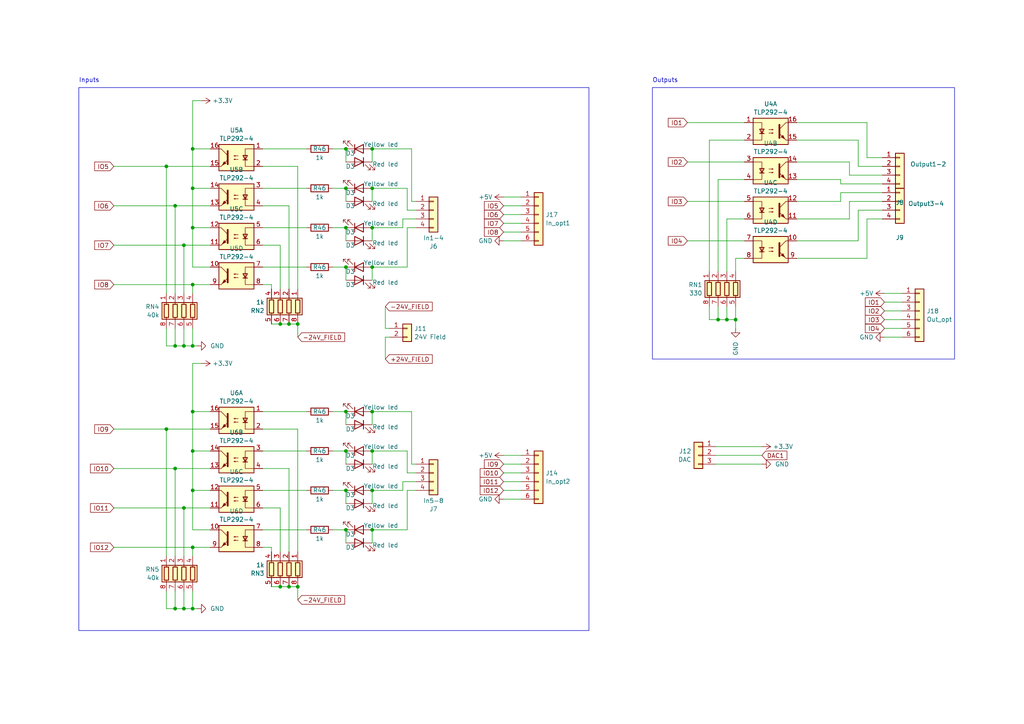
<source format=kicad_sch>
(kicad_sch (version 20230121) (generator eeschema)

  (uuid d19c7c83-0eea-4332-958a-4c973a41eedf)

  (paper "A4")

  (title_block
    (title "MetalMusings EaserCAT 3000")
  )

  (lib_symbols
    (symbol "Connector_Generic:Conn_01x02" (pin_names (offset 1.016) hide) (in_bom yes) (on_board yes)
      (property "Reference" "J" (at 0 2.54 0)
        (effects (font (size 1.27 1.27)))
      )
      (property "Value" "Conn_01x02" (at 0 -5.08 0)
        (effects (font (size 1.27 1.27)))
      )
      (property "Footprint" "" (at 0 0 0)
        (effects (font (size 1.27 1.27)) hide)
      )
      (property "Datasheet" "~" (at 0 0 0)
        (effects (font (size 1.27 1.27)) hide)
      )
      (property "ki_keywords" "connector" (at 0 0 0)
        (effects (font (size 1.27 1.27)) hide)
      )
      (property "ki_description" "Generic connector, single row, 01x02, script generated (kicad-library-utils/schlib/autogen/connector/)" (at 0 0 0)
        (effects (font (size 1.27 1.27)) hide)
      )
      (property "ki_fp_filters" "Connector*:*_1x??_*" (at 0 0 0)
        (effects (font (size 1.27 1.27)) hide)
      )
      (symbol "Conn_01x02_1_1"
        (rectangle (start -1.27 -2.413) (end 0 -2.667)
          (stroke (width 0.1524) (type default))
          (fill (type none))
        )
        (rectangle (start -1.27 0.127) (end 0 -0.127)
          (stroke (width 0.1524) (type default))
          (fill (type none))
        )
        (rectangle (start -1.27 1.27) (end 1.27 -3.81)
          (stroke (width 0.254) (type default))
          (fill (type background))
        )
        (pin passive line (at -5.08 0 0) (length 3.81)
          (name "Pin_1" (effects (font (size 1.27 1.27))))
          (number "1" (effects (font (size 1.27 1.27))))
        )
        (pin passive line (at -5.08 -2.54 0) (length 3.81)
          (name "Pin_2" (effects (font (size 1.27 1.27))))
          (number "2" (effects (font (size 1.27 1.27))))
        )
      )
    )
    (symbol "Connector_Generic:Conn_01x03" (pin_names (offset 1.016) hide) (in_bom yes) (on_board yes)
      (property "Reference" "J" (at 0 5.08 0)
        (effects (font (size 1.27 1.27)))
      )
      (property "Value" "Conn_01x03" (at 0 -5.08 0)
        (effects (font (size 1.27 1.27)))
      )
      (property "Footprint" "" (at 0 0 0)
        (effects (font (size 1.27 1.27)) hide)
      )
      (property "Datasheet" "~" (at 0 0 0)
        (effects (font (size 1.27 1.27)) hide)
      )
      (property "ki_keywords" "connector" (at 0 0 0)
        (effects (font (size 1.27 1.27)) hide)
      )
      (property "ki_description" "Generic connector, single row, 01x03, script generated (kicad-library-utils/schlib/autogen/connector/)" (at 0 0 0)
        (effects (font (size 1.27 1.27)) hide)
      )
      (property "ki_fp_filters" "Connector*:*_1x??_*" (at 0 0 0)
        (effects (font (size 1.27 1.27)) hide)
      )
      (symbol "Conn_01x03_1_1"
        (rectangle (start -1.27 -2.413) (end 0 -2.667)
          (stroke (width 0.1524) (type default))
          (fill (type none))
        )
        (rectangle (start -1.27 0.127) (end 0 -0.127)
          (stroke (width 0.1524) (type default))
          (fill (type none))
        )
        (rectangle (start -1.27 2.667) (end 0 2.413)
          (stroke (width 0.1524) (type default))
          (fill (type none))
        )
        (rectangle (start -1.27 3.81) (end 1.27 -3.81)
          (stroke (width 0.254) (type default))
          (fill (type background))
        )
        (pin passive line (at -5.08 2.54 0) (length 3.81)
          (name "Pin_1" (effects (font (size 1.27 1.27))))
          (number "1" (effects (font (size 1.27 1.27))))
        )
        (pin passive line (at -5.08 0 0) (length 3.81)
          (name "Pin_2" (effects (font (size 1.27 1.27))))
          (number "2" (effects (font (size 1.27 1.27))))
        )
        (pin passive line (at -5.08 -2.54 0) (length 3.81)
          (name "Pin_3" (effects (font (size 1.27 1.27))))
          (number "3" (effects (font (size 1.27 1.27))))
        )
      )
    )
    (symbol "Connector_Generic:Conn_01x04" (pin_names (offset 1.016) hide) (in_bom yes) (on_board yes)
      (property "Reference" "J" (at 0 5.08 0)
        (effects (font (size 1.27 1.27)))
      )
      (property "Value" "Conn_01x04" (at 0 -7.62 0)
        (effects (font (size 1.27 1.27)))
      )
      (property "Footprint" "" (at 0 0 0)
        (effects (font (size 1.27 1.27)) hide)
      )
      (property "Datasheet" "~" (at 0 0 0)
        (effects (font (size 1.27 1.27)) hide)
      )
      (property "ki_keywords" "connector" (at 0 0 0)
        (effects (font (size 1.27 1.27)) hide)
      )
      (property "ki_description" "Generic connector, single row, 01x04, script generated (kicad-library-utils/schlib/autogen/connector/)" (at 0 0 0)
        (effects (font (size 1.27 1.27)) hide)
      )
      (property "ki_fp_filters" "Connector*:*_1x??_*" (at 0 0 0)
        (effects (font (size 1.27 1.27)) hide)
      )
      (symbol "Conn_01x04_1_1"
        (rectangle (start -1.27 -4.953) (end 0 -5.207)
          (stroke (width 0.1524) (type default))
          (fill (type none))
        )
        (rectangle (start -1.27 -2.413) (end 0 -2.667)
          (stroke (width 0.1524) (type default))
          (fill (type none))
        )
        (rectangle (start -1.27 0.127) (end 0 -0.127)
          (stroke (width 0.1524) (type default))
          (fill (type none))
        )
        (rectangle (start -1.27 2.667) (end 0 2.413)
          (stroke (width 0.1524) (type default))
          (fill (type none))
        )
        (rectangle (start -1.27 3.81) (end 1.27 -6.35)
          (stroke (width 0.254) (type default))
          (fill (type background))
        )
        (pin passive line (at -5.08 2.54 0) (length 3.81)
          (name "Pin_1" (effects (font (size 1.27 1.27))))
          (number "1" (effects (font (size 1.27 1.27))))
        )
        (pin passive line (at -5.08 0 0) (length 3.81)
          (name "Pin_2" (effects (font (size 1.27 1.27))))
          (number "2" (effects (font (size 1.27 1.27))))
        )
        (pin passive line (at -5.08 -2.54 0) (length 3.81)
          (name "Pin_3" (effects (font (size 1.27 1.27))))
          (number "3" (effects (font (size 1.27 1.27))))
        )
        (pin passive line (at -5.08 -5.08 0) (length 3.81)
          (name "Pin_4" (effects (font (size 1.27 1.27))))
          (number "4" (effects (font (size 1.27 1.27))))
        )
      )
    )
    (symbol "Connector_Generic:Conn_01x06" (pin_names (offset 1.016) hide) (in_bom yes) (on_board yes)
      (property "Reference" "J" (at 0 7.62 0)
        (effects (font (size 1.27 1.27)))
      )
      (property "Value" "Conn_01x06" (at 0 -10.16 0)
        (effects (font (size 1.27 1.27)))
      )
      (property "Footprint" "" (at 0 0 0)
        (effects (font (size 1.27 1.27)) hide)
      )
      (property "Datasheet" "~" (at 0 0 0)
        (effects (font (size 1.27 1.27)) hide)
      )
      (property "ki_keywords" "connector" (at 0 0 0)
        (effects (font (size 1.27 1.27)) hide)
      )
      (property "ki_description" "Generic connector, single row, 01x06, script generated (kicad-library-utils/schlib/autogen/connector/)" (at 0 0 0)
        (effects (font (size 1.27 1.27)) hide)
      )
      (property "ki_fp_filters" "Connector*:*_1x??_*" (at 0 0 0)
        (effects (font (size 1.27 1.27)) hide)
      )
      (symbol "Conn_01x06_1_1"
        (rectangle (start -1.27 -7.493) (end 0 -7.747)
          (stroke (width 0.1524) (type default))
          (fill (type none))
        )
        (rectangle (start -1.27 -4.953) (end 0 -5.207)
          (stroke (width 0.1524) (type default))
          (fill (type none))
        )
        (rectangle (start -1.27 -2.413) (end 0 -2.667)
          (stroke (width 0.1524) (type default))
          (fill (type none))
        )
        (rectangle (start -1.27 0.127) (end 0 -0.127)
          (stroke (width 0.1524) (type default))
          (fill (type none))
        )
        (rectangle (start -1.27 2.667) (end 0 2.413)
          (stroke (width 0.1524) (type default))
          (fill (type none))
        )
        (rectangle (start -1.27 5.207) (end 0 4.953)
          (stroke (width 0.1524) (type default))
          (fill (type none))
        )
        (rectangle (start -1.27 6.35) (end 1.27 -8.89)
          (stroke (width 0.254) (type default))
          (fill (type background))
        )
        (pin passive line (at -5.08 5.08 0) (length 3.81)
          (name "Pin_1" (effects (font (size 1.27 1.27))))
          (number "1" (effects (font (size 1.27 1.27))))
        )
        (pin passive line (at -5.08 2.54 0) (length 3.81)
          (name "Pin_2" (effects (font (size 1.27 1.27))))
          (number "2" (effects (font (size 1.27 1.27))))
        )
        (pin passive line (at -5.08 0 0) (length 3.81)
          (name "Pin_3" (effects (font (size 1.27 1.27))))
          (number "3" (effects (font (size 1.27 1.27))))
        )
        (pin passive line (at -5.08 -2.54 0) (length 3.81)
          (name "Pin_4" (effects (font (size 1.27 1.27))))
          (number "4" (effects (font (size 1.27 1.27))))
        )
        (pin passive line (at -5.08 -5.08 0) (length 3.81)
          (name "Pin_5" (effects (font (size 1.27 1.27))))
          (number "5" (effects (font (size 1.27 1.27))))
        )
        (pin passive line (at -5.08 -7.62 0) (length 3.81)
          (name "Pin_6" (effects (font (size 1.27 1.27))))
          (number "6" (effects (font (size 1.27 1.27))))
        )
      )
    )
    (symbol "Device:LED" (pin_numbers hide) (pin_names (offset 1.016) hide) (in_bom yes) (on_board yes)
      (property "Reference" "D" (at 0 2.54 0)
        (effects (font (size 1.27 1.27)))
      )
      (property "Value" "LED" (at 0 -2.54 0)
        (effects (font (size 1.27 1.27)))
      )
      (property "Footprint" "" (at 0 0 0)
        (effects (font (size 1.27 1.27)) hide)
      )
      (property "Datasheet" "~" (at 0 0 0)
        (effects (font (size 1.27 1.27)) hide)
      )
      (property "ki_keywords" "LED diode" (at 0 0 0)
        (effects (font (size 1.27 1.27)) hide)
      )
      (property "ki_description" "Light emitting diode" (at 0 0 0)
        (effects (font (size 1.27 1.27)) hide)
      )
      (property "ki_fp_filters" "LED* LED_SMD:* LED_THT:*" (at 0 0 0)
        (effects (font (size 1.27 1.27)) hide)
      )
      (symbol "LED_0_1"
        (polyline
          (pts
            (xy -1.27 -1.27)
            (xy -1.27 1.27)
          )
          (stroke (width 0.254) (type default))
          (fill (type none))
        )
        (polyline
          (pts
            (xy -1.27 0)
            (xy 1.27 0)
          )
          (stroke (width 0) (type default))
          (fill (type none))
        )
        (polyline
          (pts
            (xy 1.27 -1.27)
            (xy 1.27 1.27)
            (xy -1.27 0)
            (xy 1.27 -1.27)
          )
          (stroke (width 0.254) (type default))
          (fill (type none))
        )
        (polyline
          (pts
            (xy -3.048 -0.762)
            (xy -4.572 -2.286)
            (xy -3.81 -2.286)
            (xy -4.572 -2.286)
            (xy -4.572 -1.524)
          )
          (stroke (width 0) (type default))
          (fill (type none))
        )
        (polyline
          (pts
            (xy -1.778 -0.762)
            (xy -3.302 -2.286)
            (xy -2.54 -2.286)
            (xy -3.302 -2.286)
            (xy -3.302 -1.524)
          )
          (stroke (width 0) (type default))
          (fill (type none))
        )
      )
      (symbol "LED_1_1"
        (pin passive line (at -3.81 0 0) (length 2.54)
          (name "K" (effects (font (size 1.27 1.27))))
          (number "1" (effects (font (size 1.27 1.27))))
        )
        (pin passive line (at 3.81 0 180) (length 2.54)
          (name "A" (effects (font (size 1.27 1.27))))
          (number "2" (effects (font (size 1.27 1.27))))
        )
      )
    )
    (symbol "Device:R" (pin_numbers hide) (pin_names (offset 0)) (in_bom yes) (on_board yes)
      (property "Reference" "R" (at 2.032 0 90)
        (effects (font (size 1.27 1.27)))
      )
      (property "Value" "R" (at 0 0 90)
        (effects (font (size 1.27 1.27)))
      )
      (property "Footprint" "" (at -1.778 0 90)
        (effects (font (size 1.27 1.27)) hide)
      )
      (property "Datasheet" "~" (at 0 0 0)
        (effects (font (size 1.27 1.27)) hide)
      )
      (property "ki_keywords" "R res resistor" (at 0 0 0)
        (effects (font (size 1.27 1.27)) hide)
      )
      (property "ki_description" "Resistor" (at 0 0 0)
        (effects (font (size 1.27 1.27)) hide)
      )
      (property "ki_fp_filters" "R_*" (at 0 0 0)
        (effects (font (size 1.27 1.27)) hide)
      )
      (symbol "R_0_1"
        (rectangle (start -1.016 -2.54) (end 1.016 2.54)
          (stroke (width 0.254) (type default))
          (fill (type none))
        )
      )
      (symbol "R_1_1"
        (pin passive line (at 0 3.81 270) (length 1.27)
          (name "~" (effects (font (size 1.27 1.27))))
          (number "1" (effects (font (size 1.27 1.27))))
        )
        (pin passive line (at 0 -3.81 90) (length 1.27)
          (name "~" (effects (font (size 1.27 1.27))))
          (number "2" (effects (font (size 1.27 1.27))))
        )
      )
    )
    (symbol "Device:R_Pack04" (pin_names (offset 0) hide) (in_bom yes) (on_board yes)
      (property "Reference" "RN" (at -7.62 0 90)
        (effects (font (size 1.27 1.27)))
      )
      (property "Value" "R_Pack04" (at 5.08 0 90)
        (effects (font (size 1.27 1.27)))
      )
      (property "Footprint" "" (at 6.985 0 90)
        (effects (font (size 1.27 1.27)) hide)
      )
      (property "Datasheet" "~" (at 0 0 0)
        (effects (font (size 1.27 1.27)) hide)
      )
      (property "ki_keywords" "R network parallel topology isolated" (at 0 0 0)
        (effects (font (size 1.27 1.27)) hide)
      )
      (property "ki_description" "4 resistor network, parallel topology" (at 0 0 0)
        (effects (font (size 1.27 1.27)) hide)
      )
      (property "ki_fp_filters" "DIP* SOIC* R*Array*Concave* R*Array*Convex*" (at 0 0 0)
        (effects (font (size 1.27 1.27)) hide)
      )
      (symbol "R_Pack04_0_1"
        (rectangle (start -6.35 -2.413) (end 3.81 2.413)
          (stroke (width 0.254) (type default))
          (fill (type background))
        )
        (rectangle (start -5.715 1.905) (end -4.445 -1.905)
          (stroke (width 0.254) (type default))
          (fill (type none))
        )
        (rectangle (start -3.175 1.905) (end -1.905 -1.905)
          (stroke (width 0.254) (type default))
          (fill (type none))
        )
        (rectangle (start -0.635 1.905) (end 0.635 -1.905)
          (stroke (width 0.254) (type default))
          (fill (type none))
        )
        (polyline
          (pts
            (xy -5.08 -2.54)
            (xy -5.08 -1.905)
          )
          (stroke (width 0) (type default))
          (fill (type none))
        )
        (polyline
          (pts
            (xy -5.08 1.905)
            (xy -5.08 2.54)
          )
          (stroke (width 0) (type default))
          (fill (type none))
        )
        (polyline
          (pts
            (xy -2.54 -2.54)
            (xy -2.54 -1.905)
          )
          (stroke (width 0) (type default))
          (fill (type none))
        )
        (polyline
          (pts
            (xy -2.54 1.905)
            (xy -2.54 2.54)
          )
          (stroke (width 0) (type default))
          (fill (type none))
        )
        (polyline
          (pts
            (xy 0 -2.54)
            (xy 0 -1.905)
          )
          (stroke (width 0) (type default))
          (fill (type none))
        )
        (polyline
          (pts
            (xy 0 1.905)
            (xy 0 2.54)
          )
          (stroke (width 0) (type default))
          (fill (type none))
        )
        (polyline
          (pts
            (xy 2.54 -2.54)
            (xy 2.54 -1.905)
          )
          (stroke (width 0) (type default))
          (fill (type none))
        )
        (polyline
          (pts
            (xy 2.54 1.905)
            (xy 2.54 2.54)
          )
          (stroke (width 0) (type default))
          (fill (type none))
        )
        (rectangle (start 1.905 1.905) (end 3.175 -1.905)
          (stroke (width 0.254) (type default))
          (fill (type none))
        )
      )
      (symbol "R_Pack04_1_1"
        (pin passive line (at -5.08 -5.08 90) (length 2.54)
          (name "R1.1" (effects (font (size 1.27 1.27))))
          (number "1" (effects (font (size 1.27 1.27))))
        )
        (pin passive line (at -2.54 -5.08 90) (length 2.54)
          (name "R2.1" (effects (font (size 1.27 1.27))))
          (number "2" (effects (font (size 1.27 1.27))))
        )
        (pin passive line (at 0 -5.08 90) (length 2.54)
          (name "R3.1" (effects (font (size 1.27 1.27))))
          (number "3" (effects (font (size 1.27 1.27))))
        )
        (pin passive line (at 2.54 -5.08 90) (length 2.54)
          (name "R4.1" (effects (font (size 1.27 1.27))))
          (number "4" (effects (font (size 1.27 1.27))))
        )
        (pin passive line (at 2.54 5.08 270) (length 2.54)
          (name "R4.2" (effects (font (size 1.27 1.27))))
          (number "5" (effects (font (size 1.27 1.27))))
        )
        (pin passive line (at 0 5.08 270) (length 2.54)
          (name "R3.2" (effects (font (size 1.27 1.27))))
          (number "6" (effects (font (size 1.27 1.27))))
        )
        (pin passive line (at -2.54 5.08 270) (length 2.54)
          (name "R2.2" (effects (font (size 1.27 1.27))))
          (number "7" (effects (font (size 1.27 1.27))))
        )
        (pin passive line (at -5.08 5.08 270) (length 2.54)
          (name "R1.2" (effects (font (size 1.27 1.27))))
          (number "8" (effects (font (size 1.27 1.27))))
        )
      )
    )
    (symbol "Isolator:TLP291-4" (in_bom yes) (on_board yes)
      (property "Reference" "U" (at -5.08 5.08 0)
        (effects (font (size 1.27 1.27)) (justify left))
      )
      (property "Value" "TLP291-4" (at 0 5.08 0)
        (effects (font (size 1.27 1.27)) (justify left))
      )
      (property "Footprint" "Package_SO:SOIC-16_4.55x10.3mm_P1.27mm" (at -5.08 -5.08 0)
        (effects (font (size 1.27 1.27) italic) (justify left) hide)
      )
      (property "Datasheet" "https://toshiba.semicon-storage.com/info/docget.jsp?did=12858&prodName=TLP291-4" (at 0 0 0)
        (effects (font (size 1.27 1.27)) (justify left) hide)
      )
      (property "ki_keywords" "NPN DC Quad Optocoupler" (at 0 0 0)
        (effects (font (size 1.27 1.27)) hide)
      )
      (property "ki_description" "Quad DC Optocoupler, Vce 80V, CTR 50-100%, SOP16" (at 0 0 0)
        (effects (font (size 1.27 1.27)) hide)
      )
      (property "ki_fp_filters" "SOIC*4.55x10.3mm*P1.27mm*" (at 0 0 0)
        (effects (font (size 1.27 1.27)) hide)
      )
      (symbol "TLP291-4_0_1"
        (rectangle (start -5.08 3.81) (end 5.08 -3.81)
          (stroke (width 0.254) (type default))
          (fill (type background))
        )
        (polyline
          (pts
            (xy -3.175 -0.635)
            (xy -1.905 -0.635)
          )
          (stroke (width 0.254) (type default))
          (fill (type none))
        )
        (polyline
          (pts
            (xy 2.54 0.635)
            (xy 4.445 2.54)
          )
          (stroke (width 0) (type default))
          (fill (type none))
        )
        (polyline
          (pts
            (xy 4.445 -2.54)
            (xy 2.54 -0.635)
          )
          (stroke (width 0) (type default))
          (fill (type outline))
        )
        (polyline
          (pts
            (xy 4.445 -2.54)
            (xy 5.08 -2.54)
          )
          (stroke (width 0) (type default))
          (fill (type none))
        )
        (polyline
          (pts
            (xy 4.445 2.54)
            (xy 5.08 2.54)
          )
          (stroke (width 0) (type default))
          (fill (type none))
        )
        (polyline
          (pts
            (xy -5.08 2.54)
            (xy -2.54 2.54)
            (xy -2.54 0.635)
          )
          (stroke (width 0) (type default))
          (fill (type none))
        )
        (polyline
          (pts
            (xy -2.54 0.635)
            (xy -2.54 -2.54)
            (xy -5.08 -2.54)
          )
          (stroke (width 0) (type default))
          (fill (type none))
        )
        (polyline
          (pts
            (xy 2.54 1.905)
            (xy 2.54 -1.905)
            (xy 2.54 -1.905)
          )
          (stroke (width 0.508) (type default))
          (fill (type none))
        )
        (polyline
          (pts
            (xy -2.54 -0.635)
            (xy -3.175 0.635)
            (xy -1.905 0.635)
            (xy -2.54 -0.635)
          )
          (stroke (width 0.254) (type default))
          (fill (type none))
        )
        (polyline
          (pts
            (xy -0.508 -0.508)
            (xy 0.762 -0.508)
            (xy 0.381 -0.635)
            (xy 0.381 -0.381)
            (xy 0.762 -0.508)
          )
          (stroke (width 0) (type default))
          (fill (type none))
        )
        (polyline
          (pts
            (xy -0.508 0.508)
            (xy 0.762 0.508)
            (xy 0.381 0.381)
            (xy 0.381 0.635)
            (xy 0.762 0.508)
          )
          (stroke (width 0) (type default))
          (fill (type none))
        )
        (polyline
          (pts
            (xy 3.048 -1.651)
            (xy 3.556 -1.143)
            (xy 4.064 -2.159)
            (xy 3.048 -1.651)
            (xy 3.048 -1.651)
          )
          (stroke (width 0) (type default))
          (fill (type outline))
        )
      )
      (symbol "TLP291-4_1_1"
        (pin passive line (at -7.62 2.54 0) (length 2.54)
          (name "~" (effects (font (size 1.27 1.27))))
          (number "1" (effects (font (size 1.27 1.27))))
        )
        (pin passive line (at 7.62 -2.54 180) (length 2.54)
          (name "~" (effects (font (size 1.27 1.27))))
          (number "15" (effects (font (size 1.27 1.27))))
        )
        (pin passive line (at 7.62 2.54 180) (length 2.54)
          (name "~" (effects (font (size 1.27 1.27))))
          (number "16" (effects (font (size 1.27 1.27))))
        )
        (pin passive line (at -7.62 -2.54 0) (length 2.54)
          (name "~" (effects (font (size 1.27 1.27))))
          (number "2" (effects (font (size 1.27 1.27))))
        )
      )
      (symbol "TLP291-4_2_1"
        (pin passive line (at 7.62 -2.54 180) (length 2.54)
          (name "~" (effects (font (size 1.27 1.27))))
          (number "13" (effects (font (size 1.27 1.27))))
        )
        (pin passive line (at 7.62 2.54 180) (length 2.54)
          (name "~" (effects (font (size 1.27 1.27))))
          (number "14" (effects (font (size 1.27 1.27))))
        )
        (pin passive line (at -7.62 2.54 0) (length 2.54)
          (name "~" (effects (font (size 1.27 1.27))))
          (number "3" (effects (font (size 1.27 1.27))))
        )
        (pin passive line (at -7.62 -2.54 0) (length 2.54)
          (name "~" (effects (font (size 1.27 1.27))))
          (number "4" (effects (font (size 1.27 1.27))))
        )
      )
      (symbol "TLP291-4_3_1"
        (pin passive line (at 7.62 -2.54 180) (length 2.54)
          (name "~" (effects (font (size 1.27 1.27))))
          (number "11" (effects (font (size 1.27 1.27))))
        )
        (pin passive line (at 7.62 2.54 180) (length 2.54)
          (name "~" (effects (font (size 1.27 1.27))))
          (number "12" (effects (font (size 1.27 1.27))))
        )
        (pin passive line (at -7.62 2.54 0) (length 2.54)
          (name "~" (effects (font (size 1.27 1.27))))
          (number "5" (effects (font (size 1.27 1.27))))
        )
        (pin passive line (at -7.62 -2.54 0) (length 2.54)
          (name "~" (effects (font (size 1.27 1.27))))
          (number "6" (effects (font (size 1.27 1.27))))
        )
      )
      (symbol "TLP291-4_4_1"
        (pin passive line (at 7.62 2.54 180) (length 2.54)
          (name "~" (effects (font (size 1.27 1.27))))
          (number "10" (effects (font (size 1.27 1.27))))
        )
        (pin passive line (at -7.62 2.54 0) (length 2.54)
          (name "~" (effects (font (size 1.27 1.27))))
          (number "7" (effects (font (size 1.27 1.27))))
        )
        (pin passive line (at -7.62 -2.54 0) (length 2.54)
          (name "~" (effects (font (size 1.27 1.27))))
          (number "8" (effects (font (size 1.27 1.27))))
        )
        (pin passive line (at 7.62 -2.54 180) (length 2.54)
          (name "~" (effects (font (size 1.27 1.27))))
          (number "9" (effects (font (size 1.27 1.27))))
        )
      )
    )
    (symbol "power:+3.3V" (power) (pin_names (offset 0)) (in_bom yes) (on_board yes)
      (property "Reference" "#PWR" (at 0 -3.81 0)
        (effects (font (size 1.27 1.27)) hide)
      )
      (property "Value" "+3.3V" (at 0 3.556 0)
        (effects (font (size 1.27 1.27)))
      )
      (property "Footprint" "" (at 0 0 0)
        (effects (font (size 1.27 1.27)) hide)
      )
      (property "Datasheet" "" (at 0 0 0)
        (effects (font (size 1.27 1.27)) hide)
      )
      (property "ki_keywords" "global power" (at 0 0 0)
        (effects (font (size 1.27 1.27)) hide)
      )
      (property "ki_description" "Power symbol creates a global label with name \"+3.3V\"" (at 0 0 0)
        (effects (font (size 1.27 1.27)) hide)
      )
      (symbol "+3.3V_0_1"
        (polyline
          (pts
            (xy -0.762 1.27)
            (xy 0 2.54)
          )
          (stroke (width 0) (type default))
          (fill (type none))
        )
        (polyline
          (pts
            (xy 0 0)
            (xy 0 2.54)
          )
          (stroke (width 0) (type default))
          (fill (type none))
        )
        (polyline
          (pts
            (xy 0 2.54)
            (xy 0.762 1.27)
          )
          (stroke (width 0) (type default))
          (fill (type none))
        )
      )
      (symbol "+3.3V_1_1"
        (pin power_in line (at 0 0 90) (length 0) hide
          (name "+3.3V" (effects (font (size 1.27 1.27))))
          (number "1" (effects (font (size 1.27 1.27))))
        )
      )
    )
    (symbol "power:+5V" (power) (pin_names (offset 0)) (in_bom yes) (on_board yes)
      (property "Reference" "#PWR" (at 0 -3.81 0)
        (effects (font (size 1.27 1.27)) hide)
      )
      (property "Value" "+5V" (at 0 3.556 0)
        (effects (font (size 1.27 1.27)))
      )
      (property "Footprint" "" (at 0 0 0)
        (effects (font (size 1.27 1.27)) hide)
      )
      (property "Datasheet" "" (at 0 0 0)
        (effects (font (size 1.27 1.27)) hide)
      )
      (property "ki_keywords" "global power" (at 0 0 0)
        (effects (font (size 1.27 1.27)) hide)
      )
      (property "ki_description" "Power symbol creates a global label with name \"+5V\"" (at 0 0 0)
        (effects (font (size 1.27 1.27)) hide)
      )
      (symbol "+5V_0_1"
        (polyline
          (pts
            (xy -0.762 1.27)
            (xy 0 2.54)
          )
          (stroke (width 0) (type default))
          (fill (type none))
        )
        (polyline
          (pts
            (xy 0 0)
            (xy 0 2.54)
          )
          (stroke (width 0) (type default))
          (fill (type none))
        )
        (polyline
          (pts
            (xy 0 2.54)
            (xy 0.762 1.27)
          )
          (stroke (width 0) (type default))
          (fill (type none))
        )
      )
      (symbol "+5V_1_1"
        (pin power_in line (at 0 0 90) (length 0) hide
          (name "+5V" (effects (font (size 1.27 1.27))))
          (number "1" (effects (font (size 1.27 1.27))))
        )
      )
    )
    (symbol "power:GND" (power) (pin_names (offset 0)) (in_bom yes) (on_board yes)
      (property "Reference" "#PWR" (at 0 -6.35 0)
        (effects (font (size 1.27 1.27)) hide)
      )
      (property "Value" "GND" (at 0 -3.81 0)
        (effects (font (size 1.27 1.27)))
      )
      (property "Footprint" "" (at 0 0 0)
        (effects (font (size 1.27 1.27)) hide)
      )
      (property "Datasheet" "" (at 0 0 0)
        (effects (font (size 1.27 1.27)) hide)
      )
      (property "ki_keywords" "global power" (at 0 0 0)
        (effects (font (size 1.27 1.27)) hide)
      )
      (property "ki_description" "Power symbol creates a global label with name \"GND\" , ground" (at 0 0 0)
        (effects (font (size 1.27 1.27)) hide)
      )
      (symbol "GND_0_1"
        (polyline
          (pts
            (xy 0 0)
            (xy 0 -1.27)
            (xy 1.27 -1.27)
            (xy 0 -2.54)
            (xy -1.27 -1.27)
            (xy 0 -1.27)
          )
          (stroke (width 0) (type default))
          (fill (type none))
        )
      )
      (symbol "GND_1_1"
        (pin power_in line (at 0 0 270) (length 0) hide
          (name "GND" (effects (font (size 1.27 1.27))))
          (number "1" (effects (font (size 1.27 1.27))))
        )
      )
    )
  )

  (junction (at 100.33 77.47) (diameter 0) (color 0 0 0 0)
    (uuid 00be6be6-3df2-4b1b-a6fa-a8cfd5da6ad4)
  )
  (junction (at 100.33 54.61) (diameter 0) (color 0 0 0 0)
    (uuid 01028bdc-8bdc-49e8-90ce-7430de850ebe)
  )
  (junction (at 55.88 54.61) (diameter 0) (color 0 0 0 0)
    (uuid 07cbb7b7-3f83-4128-b766-89904e8b2b59)
  )
  (junction (at 83.82 93.98) (diameter 0) (color 0 0 0 0)
    (uuid 09c43583-19a5-43b1-b7fd-38559ddcf5b9)
  )
  (junction (at 48.26 124.46) (diameter 0) (color 0 0 0 0)
    (uuid 10df9d2d-77cc-449b-9c25-983999fb39a4)
  )
  (junction (at 83.82 170.18) (diameter 0) (color 0 0 0 0)
    (uuid 13b41468-ad8f-4bb5-a42a-d67a9218da0b)
  )
  (junction (at 107.95 153.67) (diameter 0) (color 0 0 0 0)
    (uuid 1772e9d8-df6e-48d2-8fb1-f1793a23447d)
  )
  (junction (at 55.88 176.53) (diameter 0) (color 0 0 0 0)
    (uuid 18a0c0d8-235f-41fb-b3c4-1513ad3b4482)
  )
  (junction (at 208.28 92.71) (diameter 0) (color 0 0 0 0)
    (uuid 1b560e34-41be-43fd-8529-e58dc6d37522)
  )
  (junction (at 55.88 119.38) (diameter 0) (color 0 0 0 0)
    (uuid 1dd69ea6-5360-49cc-8337-ba61698ad8d1)
  )
  (junction (at 100.33 130.81) (diameter 0) (color 0 0 0 0)
    (uuid 1df26744-bb4f-4b20-ac7d-53c6187d4892)
  )
  (junction (at 50.8 176.53) (diameter 0) (color 0 0 0 0)
    (uuid 2110fcb5-cc92-4f0d-80b3-df7f697353b1)
  )
  (junction (at 107.95 43.18) (diameter 0) (color 0 0 0 0)
    (uuid 23e010e4-0a90-493f-96dd-2ca7a741c3e5)
  )
  (junction (at 107.95 119.38) (diameter 0) (color 0 0 0 0)
    (uuid 28ac4952-b529-45b6-a0ab-ed7ef2a5ec15)
  )
  (junction (at 213.36 92.71) (diameter 0) (color 0 0 0 0)
    (uuid 2bbb1fa0-b8ca-48d0-88d0-feefc8a81565)
  )
  (junction (at 210.82 92.71) (diameter 0) (color 0 0 0 0)
    (uuid 2eb9d7c6-fc97-4f58-957f-64a01d6d5108)
  )
  (junction (at 100.33 66.04) (diameter 0) (color 0 0 0 0)
    (uuid 3a185e11-4c73-4386-8e94-62ddad7c4929)
  )
  (junction (at 107.95 142.24) (diameter 0) (color 0 0 0 0)
    (uuid 466320a3-de3e-4a12-80b5-e7e1992627b0)
  )
  (junction (at 81.28 170.18) (diameter 0) (color 0 0 0 0)
    (uuid 4e11461d-41d4-48b0-8d19-4e9aa7079c69)
  )
  (junction (at 55.88 43.18) (diameter 0) (color 0 0 0 0)
    (uuid 5354ec96-5fcd-4894-93ea-88bc52835846)
  )
  (junction (at 55.88 82.55) (diameter 0) (color 0 0 0 0)
    (uuid 5779957c-f6d2-40dc-ad82-9d7099d36594)
  )
  (junction (at 55.88 130.81) (diameter 0) (color 0 0 0 0)
    (uuid 5a15d30a-c4dc-4c13-9286-2334ea4bda86)
  )
  (junction (at 107.95 54.61) (diameter 0) (color 0 0 0 0)
    (uuid 5b64b4ea-78aa-4ad4-8807-df2c8db625b6)
  )
  (junction (at 48.26 48.26) (diameter 0) (color 0 0 0 0)
    (uuid 616af3f3-f203-4c74-8cc4-224fcc8f2a5a)
  )
  (junction (at 100.33 142.24) (diameter 0) (color 0 0 0 0)
    (uuid 630e7165-c463-4b76-b19e-e58b1175e068)
  )
  (junction (at 53.34 147.32) (diameter 0) (color 0 0 0 0)
    (uuid 64a7af42-9287-4537-ac9c-5404d589331d)
  )
  (junction (at 50.8 135.89) (diameter 0) (color 0 0 0 0)
    (uuid 671be165-0eab-4b07-b79b-bae89dcf4d84)
  )
  (junction (at 107.95 77.47) (diameter 0) (color 0 0 0 0)
    (uuid 7c0f1626-4afb-43b6-8eca-ea467008f338)
  )
  (junction (at 86.36 170.18) (diameter 0) (color 0 0 0 0)
    (uuid 80b260c2-5093-4363-941e-09bae0f504cc)
  )
  (junction (at 55.88 66.04) (diameter 0) (color 0 0 0 0)
    (uuid 80b8b24f-c137-4b6c-b9c5-1deb55f47fcd)
  )
  (junction (at 81.28 93.98) (diameter 0) (color 0 0 0 0)
    (uuid 90622b58-6532-43ba-94fa-744963e78034)
  )
  (junction (at 55.88 100.33) (diameter 0) (color 0 0 0 0)
    (uuid 93dc0ec0-dd2e-4722-9eb9-3c6722c5defc)
  )
  (junction (at 53.34 176.53) (diameter 0) (color 0 0 0 0)
    (uuid 9f8b79b9-7744-4147-8b4b-fef8182a1954)
  )
  (junction (at 50.8 59.69) (diameter 0) (color 0 0 0 0)
    (uuid a869d333-59dd-4d47-9a9a-5ba8cd70a38e)
  )
  (junction (at 100.33 43.18) (diameter 0) (color 0 0 0 0)
    (uuid a9a66a71-d73b-4cf9-9ee8-a6564e083f66)
  )
  (junction (at 100.33 153.67) (diameter 0) (color 0 0 0 0)
    (uuid aa3523d6-607a-4ce9-9509-22e97387f640)
  )
  (junction (at 53.34 71.12) (diameter 0) (color 0 0 0 0)
    (uuid aca97284-6bd7-4f8f-899b-36d89632830c)
  )
  (junction (at 55.88 142.24) (diameter 0) (color 0 0 0 0)
    (uuid bcd73f2a-3be9-4aca-8a55-4302737a928c)
  )
  (junction (at 100.33 119.38) (diameter 0) (color 0 0 0 0)
    (uuid d25f9376-a911-4e7e-8ae4-975fea0c7e5a)
  )
  (junction (at 107.95 130.81) (diameter 0) (color 0 0 0 0)
    (uuid d3561e96-3419-4d0e-bb03-f1a33b6e87af)
  )
  (junction (at 55.88 158.75) (diameter 0) (color 0 0 0 0)
    (uuid dbdc9b51-e141-48d8-99d0-69d85a41db83)
  )
  (junction (at 107.95 66.04) (diameter 0) (color 0 0 0 0)
    (uuid e20aabd4-bf8b-453f-884a-373332dca291)
  )
  (junction (at 50.8 100.33) (diameter 0) (color 0 0 0 0)
    (uuid f48d5329-71ea-49b0-aaea-c1a534f7d532)
  )
  (junction (at 53.34 100.33) (diameter 0) (color 0 0 0 0)
    (uuid f6e15fa5-1282-4963-b6dd-779b285179c9)
  )
  (junction (at 86.36 93.98) (diameter 0) (color 0 0 0 0)
    (uuid fc806ceb-2b43-4d23-b1c5-1c9b425d679b)
  )

  (wire (pts (xy 76.2 142.24) (xy 88.9 142.24))
    (stroke (width 0) (type default))
    (uuid 01c7129e-d54e-450b-ac88-ba1f62953586)
  )
  (wire (pts (xy 120.65 66.04) (xy 118.11 66.04))
    (stroke (width 0) (type default))
    (uuid 02439b9a-9557-479c-ac82-1fc5d86ccc0d)
  )
  (wire (pts (xy 55.88 54.61) (xy 55.88 43.18))
    (stroke (width 0) (type default))
    (uuid 0289e346-4623-4c75-a126-b936e7b2a041)
  )
  (wire (pts (xy 33.02 48.26) (xy 48.26 48.26))
    (stroke (width 0) (type default))
    (uuid 02ff09f6-ea15-4d71-91d9-926ac32de6ff)
  )
  (wire (pts (xy 205.74 88.9) (xy 205.74 92.71))
    (stroke (width 0) (type default))
    (uuid 077bf300-3a55-4bfa-952c-f951865d04d8)
  )
  (wire (pts (xy 213.36 88.9) (xy 213.36 92.71))
    (stroke (width 0) (type default))
    (uuid 09c5c74c-bdcb-471e-a5bc-5a46e6b3b8b8)
  )
  (wire (pts (xy 55.88 66.04) (xy 60.96 66.04))
    (stroke (width 0) (type default))
    (uuid 0ab240a3-6720-4011-981f-6c5a837bd051)
  )
  (wire (pts (xy 50.8 135.89) (xy 60.96 135.89))
    (stroke (width 0) (type default))
    (uuid 0b4df079-5858-42cf-8dcc-63965d9dadf2)
  )
  (wire (pts (xy 81.28 71.12) (xy 81.28 83.82))
    (stroke (width 0) (type default))
    (uuid 0c1a8c4a-db6d-474a-8567-1c143b30289f)
  )
  (wire (pts (xy 76.2 153.67) (xy 88.9 153.67))
    (stroke (width 0) (type default))
    (uuid 0c733ce2-8989-416b-bb6d-59831f7b40ee)
  )
  (wire (pts (xy 55.88 100.33) (xy 53.34 100.33))
    (stroke (width 0) (type default))
    (uuid 0d54e2a0-fd23-44d8-83ad-dafb003a2fdc)
  )
  (wire (pts (xy 151.13 139.7) (xy 146.05 139.7))
    (stroke (width 0) (type default))
    (uuid 0fa196e4-35e7-4bd6-94c1-041121348d78)
  )
  (wire (pts (xy 119.38 134.62) (xy 120.65 134.62))
    (stroke (width 0) (type default))
    (uuid 0fa7ae37-9663-4c90-8f1d-80d4ab2d3414)
  )
  (wire (pts (xy 76.2 135.89) (xy 83.82 135.89))
    (stroke (width 0) (type default))
    (uuid 1052673e-1444-48ba-9be1-e7c073871e8a)
  )
  (wire (pts (xy 118.11 66.04) (xy 118.11 77.47))
    (stroke (width 0) (type default))
    (uuid 108bbc18-3dd6-4210-bd4c-971afdfc4915)
  )
  (wire (pts (xy 55.88 43.18) (xy 60.96 43.18))
    (stroke (width 0) (type default))
    (uuid 114d4d12-b233-45f0-a723-006566e7dbb9)
  )
  (wire (pts (xy 55.88 105.41) (xy 58.42 105.41))
    (stroke (width 0) (type default))
    (uuid 1400da5b-9e6f-43d6-abbb-9e91cad1d375)
  )
  (wire (pts (xy 255.905 58.42) (xy 246.38 58.42))
    (stroke (width 0) (type default))
    (uuid 15054ad7-02fd-44ac-82e7-a067dce46f3f)
  )
  (wire (pts (xy 86.36 48.26) (xy 86.36 83.82))
    (stroke (width 0) (type default))
    (uuid 1600e191-53bc-4fb1-a168-e9d4cf5145bb)
  )
  (wire (pts (xy 113.03 95.25) (xy 111.76 95.25))
    (stroke (width 0) (type default))
    (uuid 18f152f7-ccc2-47bd-9f77-5a99f840fce4)
  )
  (wire (pts (xy 208.28 52.07) (xy 208.28 78.74))
    (stroke (width 0) (type default))
    (uuid 19f3d7d3-dc1a-4360-882f-ca68bdddf549)
  )
  (wire (pts (xy 33.02 71.12) (xy 53.34 71.12))
    (stroke (width 0) (type default))
    (uuid 1a5788a9-9f4f-49a7-b2f9-9fa0f9518593)
  )
  (wire (pts (xy 261.62 97.79) (xy 256.54 97.79))
    (stroke (width 0) (type default))
    (uuid 1a8ccfee-f64a-40f3-bf43-85ad91faec51)
  )
  (wire (pts (xy 107.95 43.18) (xy 107.95 46.99))
    (stroke (width 0) (type default))
    (uuid 1aa453fb-afac-4807-9a71-94614d7fdda0)
  )
  (wire (pts (xy 96.52 130.81) (xy 100.33 130.81))
    (stroke (width 0) (type default))
    (uuid 1b2d7f1b-c326-49c2-9060-21c4fe1474cf)
  )
  (wire (pts (xy 86.36 93.98) (xy 86.36 97.79))
    (stroke (width 0) (type default))
    (uuid 1b88b3de-aec0-4568-9590-f6517cc4262e)
  )
  (wire (pts (xy 120.65 139.7) (xy 116.84 139.7))
    (stroke (width 0) (type default))
    (uuid 1cc68282-b6c1-43f0-ad81-9d3e7e6b2043)
  )
  (wire (pts (xy 33.02 82.55) (xy 55.88 82.55))
    (stroke (width 0) (type default))
    (uuid 1d6727f4-2f0a-4670-b5ac-b31feac5badd)
  )
  (wire (pts (xy 107.95 153.67) (xy 107.95 157.48))
    (stroke (width 0) (type default))
    (uuid 1fdd7450-d7c0-45b9-b450-53f8d1c153f7)
  )
  (wire (pts (xy 76.2 71.12) (xy 81.28 71.12))
    (stroke (width 0) (type default))
    (uuid 218faa41-ff38-40bb-8362-85d88d8d1f4f)
  )
  (wire (pts (xy 151.13 132.08) (xy 146.05 132.08))
    (stroke (width 0) (type default))
    (uuid 21bf2b86-7e4a-404d-ae60-287f28f575d8)
  )
  (wire (pts (xy 246.38 46.99) (xy 231.14 46.99))
    (stroke (width 0) (type default))
    (uuid 22973758-3fb4-4d6e-8c38-44771ed5c1c7)
  )
  (wire (pts (xy 261.62 95.25) (xy 256.54 95.25))
    (stroke (width 0) (type default))
    (uuid 2428fdd2-3403-4493-8e24-c3c27a60f151)
  )
  (wire (pts (xy 53.34 71.12) (xy 60.96 71.12))
    (stroke (width 0) (type default))
    (uuid 250a860d-457d-4667-afd1-c0fdd94d76d1)
  )
  (wire (pts (xy 55.88 77.47) (xy 55.88 66.04))
    (stroke (width 0) (type default))
    (uuid 25874bd8-0d2a-4e8b-92cb-6d85640545d0)
  )
  (wire (pts (xy 50.8 176.53) (xy 50.8 171.45))
    (stroke (width 0) (type default))
    (uuid 26549126-7053-4f91-bb5c-8eecb3ef4207)
  )
  (wire (pts (xy 81.28 170.18) (xy 83.82 170.18))
    (stroke (width 0) (type default))
    (uuid 266a6bff-8da0-415d-9a05-52be57753627)
  )
  (wire (pts (xy 251.46 45.72) (xy 255.905 45.72))
    (stroke (width 0) (type default))
    (uuid 286a84a1-87bd-4d0a-a25a-147f11fce04f)
  )
  (wire (pts (xy 210.82 92.71) (xy 213.36 92.71))
    (stroke (width 0) (type default))
    (uuid 286bca9b-1bb9-4f6d-960d-3df62edc2554)
  )
  (wire (pts (xy 76.2 147.32) (xy 81.28 147.32))
    (stroke (width 0) (type default))
    (uuid 29053923-60af-41a3-bd9e-97ab6bcce108)
  )
  (wire (pts (xy 55.88 176.53) (xy 53.34 176.53))
    (stroke (width 0) (type default))
    (uuid 2911d755-da1c-4c62-bc44-1da9a2c551b2)
  )
  (wire (pts (xy 96.52 43.18) (xy 100.33 43.18))
    (stroke (width 0) (type default))
    (uuid 293628e2-2df4-45d8-944e-e0d936901ff8)
  )
  (wire (pts (xy 119.38 134.62) (xy 119.38 119.38))
    (stroke (width 0) (type default))
    (uuid 2d9f543a-9da4-43d5-b374-d8fb8f1f7984)
  )
  (wire (pts (xy 243.84 53.34) (xy 255.905 53.34))
    (stroke (width 0) (type default))
    (uuid 2da6c4be-b0a8-4b8e-b5f0-6c603f4ace23)
  )
  (wire (pts (xy 107.95 66.04) (xy 107.95 69.85))
    (stroke (width 0) (type default))
    (uuid 320a9ccd-27c4-490a-ba7b-c93307916ef9)
  )
  (wire (pts (xy 118.11 54.61) (xy 107.95 54.61))
    (stroke (width 0) (type default))
    (uuid 320b079f-41b5-412b-9671-8b5c864b07d2)
  )
  (wire (pts (xy 55.88 82.55) (xy 60.96 82.55))
    (stroke (width 0) (type default))
    (uuid 32337502-ea28-45fa-b04c-751aaac8e66c)
  )
  (wire (pts (xy 243.84 55.88) (xy 255.905 55.88))
    (stroke (width 0) (type default))
    (uuid 32ade1bc-9379-46f8-b527-0d4c06559905)
  )
  (wire (pts (xy 231.14 58.42) (xy 243.84 58.42))
    (stroke (width 0) (type default))
    (uuid 339b73d1-ab38-4b18-b3f2-3821684f2dea)
  )
  (wire (pts (xy 50.8 85.09) (xy 50.8 59.69))
    (stroke (width 0) (type default))
    (uuid 35326756-2ede-4494-ab8b-c0812fac8c9d)
  )
  (wire (pts (xy 107.95 142.24) (xy 107.95 146.05))
    (stroke (width 0) (type default))
    (uuid 36871d32-c9ea-46df-ae6a-26c0d033a154)
  )
  (wire (pts (xy 55.88 100.33) (xy 55.88 95.25))
    (stroke (width 0) (type default))
    (uuid 38b4c120-20c0-4a67-b58b-cd9436ee5312)
  )
  (wire (pts (xy 118.11 130.81) (xy 107.95 130.81))
    (stroke (width 0) (type default))
    (uuid 3972b15a-71c8-41da-871e-91cb89f080c3)
  )
  (wire (pts (xy 248.92 40.64) (xy 248.92 48.26))
    (stroke (width 0) (type default))
    (uuid 398b89bd-f573-4af0-9799-1cd8fa9083ea)
  )
  (wire (pts (xy 76.2 158.75) (xy 78.74 158.75))
    (stroke (width 0) (type default))
    (uuid 39ab5452-c0f8-48d8-9e17-6ae0d5c6c509)
  )
  (wire (pts (xy 251.46 63.5) (xy 255.905 63.5))
    (stroke (width 0) (type default))
    (uuid 3a08d8fd-d078-404a-a63c-1cfa2bea067e)
  )
  (wire (pts (xy 151.13 144.78) (xy 146.05 144.78))
    (stroke (width 0) (type default))
    (uuid 3a7c4956-2b09-4ef7-8e9d-ae7303c18745)
  )
  (wire (pts (xy 55.88 158.75) (xy 60.96 158.75))
    (stroke (width 0) (type default))
    (uuid 3aa4347c-48e5-41b5-98e9-29d916c3335f)
  )
  (wire (pts (xy 207.645 132.08) (xy 220.98 132.08))
    (stroke (width 0) (type default))
    (uuid 3c4f8af2-60d1-4a08-8c88-b2777c71a33b)
  )
  (wire (pts (xy 231.14 69.85) (xy 248.92 69.85))
    (stroke (width 0) (type default))
    (uuid 3dad7724-6a64-4cb5-a2fa-997e1577006e)
  )
  (wire (pts (xy 120.65 137.16) (xy 118.11 137.16))
    (stroke (width 0) (type default))
    (uuid 4013b057-7e3f-418e-baeb-f81b52c380f6)
  )
  (wire (pts (xy 118.11 137.16) (xy 118.11 130.81))
    (stroke (width 0) (type default))
    (uuid 403aa0ea-7e2b-44d1-82a1-63f25024185d)
  )
  (wire (pts (xy 96.52 153.67) (xy 100.33 153.67))
    (stroke (width 0) (type default))
    (uuid 406c8c1a-fd77-4500-b5a2-08835a6d44f1)
  )
  (wire (pts (xy 261.62 85.09) (xy 256.54 85.09))
    (stroke (width 0) (type default))
    (uuid 424a13f3-619b-41e7-a0c3-b04e78e02e10)
  )
  (wire (pts (xy 81.28 93.98) (xy 83.82 93.98))
    (stroke (width 0) (type default))
    (uuid 434f8953-6d6f-4747-8c0f-c2c566a7d208)
  )
  (wire (pts (xy 251.46 45.72) (xy 251.46 35.56))
    (stroke (width 0) (type default))
    (uuid 435333dc-5ea5-422c-a9f6-00192a4e95c6)
  )
  (wire (pts (xy 116.84 139.7) (xy 116.84 142.24))
    (stroke (width 0) (type default))
    (uuid 44a3fc0f-2853-43c9-8784-868579e2cf6a)
  )
  (wire (pts (xy 111.76 104.14) (xy 111.76 97.79))
    (stroke (width 0) (type default))
    (uuid 461634d1-6253-443c-8427-2f364d48eb2a)
  )
  (wire (pts (xy 213.36 74.93) (xy 213.36 78.74))
    (stroke (width 0) (type default))
    (uuid 46949eaf-ae0d-4356-bd2d-40f3b349d5c8)
  )
  (wire (pts (xy 76.2 43.18) (xy 88.9 43.18))
    (stroke (width 0) (type default))
    (uuid 4861b5fd-8773-4858-a021-f25c3d35c18f)
  )
  (wire (pts (xy 53.34 176.53) (xy 50.8 176.53))
    (stroke (width 0) (type default))
    (uuid 48ce181b-e198-4739-ac1c-ec6d03855a40)
  )
  (wire (pts (xy 50.8 100.33) (xy 50.8 95.25))
    (stroke (width 0) (type default))
    (uuid 4b2cb331-887f-4c9c-aa03-8c7a1545098b)
  )
  (wire (pts (xy 100.33 153.67) (xy 100.33 157.48))
    (stroke (width 0) (type default))
    (uuid 4cad1653-4a04-46ac-97d6-9c6748cc0522)
  )
  (wire (pts (xy 48.26 176.53) (xy 48.26 171.45))
    (stroke (width 0) (type default))
    (uuid 4d8984a5-94c7-4708-a060-84494b20fa68)
  )
  (wire (pts (xy 151.13 137.16) (xy 146.05 137.16))
    (stroke (width 0) (type default))
    (uuid 4e6961a9-e9e1-4dba-b2a1-138c4d321b92)
  )
  (wire (pts (xy 107.95 130.81) (xy 107.95 134.62))
    (stroke (width 0) (type default))
    (uuid 4f60bb24-127b-49db-b605-84e777f01969)
  )
  (wire (pts (xy 53.34 147.32) (xy 60.96 147.32))
    (stroke (width 0) (type default))
    (uuid 52dc9229-168a-4f99-a506-756848d28230)
  )
  (wire (pts (xy 215.9 74.93) (xy 213.36 74.93))
    (stroke (width 0) (type default))
    (uuid 534a0e45-b903-4f85-bc1c-30baaf1876c8)
  )
  (wire (pts (xy 96.52 77.47) (xy 100.33 77.47))
    (stroke (width 0) (type default))
    (uuid 53818568-b02d-4343-99b6-35e65e20e421)
  )
  (wire (pts (xy 248.92 69.85) (xy 248.92 60.96))
    (stroke (width 0) (type default))
    (uuid 53a23c7a-f1c4-4fc5-8345-9741e041973d)
  )
  (wire (pts (xy 243.84 52.07) (xy 243.84 53.34))
    (stroke (width 0) (type default))
    (uuid 544a68da-64e0-42a8-8430-52b7516d34f2)
  )
  (wire (pts (xy 208.28 92.71) (xy 210.82 92.71))
    (stroke (width 0) (type default))
    (uuid 5612dd2a-fac2-43ac-a8a0-89c78afa6664)
  )
  (wire (pts (xy 120.65 60.96) (xy 118.11 60.96))
    (stroke (width 0) (type default))
    (uuid 568eceae-6536-4983-97d1-d40ec3e8a0c4)
  )
  (wire (pts (xy 50.8 161.29) (xy 50.8 135.89))
    (stroke (width 0) (type default))
    (uuid 570be87b-9c31-458b-9006-74a3986fdef2)
  )
  (wire (pts (xy 50.8 59.69) (xy 60.96 59.69))
    (stroke (width 0) (type default))
    (uuid 57925cc4-4bcc-4997-89d3-bd6f5f4012d6)
  )
  (wire (pts (xy 53.34 100.33) (xy 50.8 100.33))
    (stroke (width 0) (type default))
    (uuid 582c0710-3b84-46f4-adee-2e69e3b08137)
  )
  (wire (pts (xy 215.9 63.5) (xy 210.82 63.5))
    (stroke (width 0) (type default))
    (uuid 5867f722-b951-482d-bee9-43a0eebf6e0c)
  )
  (wire (pts (xy 48.26 85.09) (xy 48.26 48.26))
    (stroke (width 0) (type default))
    (uuid 59d2aa6b-188d-4cea-8ce8-a1be8cafea13)
  )
  (wire (pts (xy 116.84 63.5) (xy 116.84 66.04))
    (stroke (width 0) (type default))
    (uuid 5bd0ecfe-8707-4bd4-97da-f4185e185d6c)
  )
  (wire (pts (xy 86.36 170.18) (xy 86.36 173.99))
    (stroke (width 0) (type default))
    (uuid 5c3898c7-a7fa-4d79-9afb-895224f33fa7)
  )
  (wire (pts (xy 199.39 35.56) (xy 215.9 35.56))
    (stroke (width 0) (type default))
    (uuid 6180c00f-b7ea-437b-9c4f-ae12ff0a8251)
  )
  (wire (pts (xy 81.28 147.32) (xy 81.28 160.02))
    (stroke (width 0) (type default))
    (uuid 6843215b-1f8a-45ae-b690-2e2fa7ca1edf)
  )
  (wire (pts (xy 96.52 142.24) (xy 100.33 142.24))
    (stroke (width 0) (type default))
    (uuid 6d0450db-1f12-4644-9949-1a1ac634ac2f)
  )
  (wire (pts (xy 120.65 63.5) (xy 116.84 63.5))
    (stroke (width 0) (type default))
    (uuid 6d3e4db4-91e4-4e92-b6cb-b51c668c1aa2)
  )
  (wire (pts (xy 50.8 100.33) (xy 48.26 100.33))
    (stroke (width 0) (type default))
    (uuid 6f15e240-0733-4de4-9d47-db6050adc133)
  )
  (wire (pts (xy 215.9 40.64) (xy 205.74 40.64))
    (stroke (width 0) (type default))
    (uuid 6f243086-7690-4453-bcbe-8d791bbbfb30)
  )
  (wire (pts (xy 83.82 170.18) (xy 86.36 170.18))
    (stroke (width 0) (type default))
    (uuid 704dd163-a811-4153-b8f0-34bf18f8068a)
  )
  (wire (pts (xy 55.88 43.18) (xy 55.88 29.21))
    (stroke (width 0) (type default))
    (uuid 7099b49b-2bbf-4fce-a939-74fc992fd421)
  )
  (wire (pts (xy 207.645 129.54) (xy 220.98 129.54))
    (stroke (width 0) (type default))
    (uuid 71755e2a-a540-4be7-b6b7-24ca4edb2bf1)
  )
  (wire (pts (xy 86.36 124.46) (xy 86.36 160.02))
    (stroke (width 0) (type default))
    (uuid 73cc1c1d-a15c-40ff-b853-6649545d0800)
  )
  (wire (pts (xy 100.33 43.18) (xy 100.33 46.99))
    (stroke (width 0) (type default))
    (uuid 74d30983-f4ff-4bfd-80cd-8bcacb767be7)
  )
  (wire (pts (xy 100.33 142.24) (xy 100.33 146.05))
    (stroke (width 0) (type default))
    (uuid 75d6aa1c-fa07-424a-be9c-10d8f9db39ab)
  )
  (wire (pts (xy 119.38 58.42) (xy 120.65 58.42))
    (stroke (width 0) (type default))
    (uuid 78537781-294c-4055-9504-aabf655d5d05)
  )
  (wire (pts (xy 248.92 48.26) (xy 255.905 48.26))
    (stroke (width 0) (type default))
    (uuid 7882170f-012c-41cc-8c5b-4a517c97b079)
  )
  (wire (pts (xy 76.2 124.46) (xy 86.36 124.46))
    (stroke (width 0) (type default))
    (uuid 78b95368-e5b5-49d0-875f-13496e3aae98)
  )
  (wire (pts (xy 48.26 161.29) (xy 48.26 124.46))
    (stroke (width 0) (type default))
    (uuid 7926be83-03c3-41f7-9898-7b07922cc187)
  )
  (wire (pts (xy 96.52 66.04) (xy 100.33 66.04))
    (stroke (width 0) (type default))
    (uuid 7ae63729-89fe-48fb-8416-2bb1ba24915f)
  )
  (wire (pts (xy 33.02 124.46) (xy 48.26 124.46))
    (stroke (width 0) (type default))
    (uuid 7b214e16-8396-4723-9621-66e43701d60f)
  )
  (wire (pts (xy 60.96 77.47) (xy 55.88 77.47))
    (stroke (width 0) (type default))
    (uuid 80b08255-3c3d-4b98-9789-7f32ec47b8ce)
  )
  (wire (pts (xy 151.13 62.23) (xy 146.05 62.23))
    (stroke (width 0) (type default))
    (uuid 8122b5e2-7079-4f48-8919-5f7519fb3e36)
  )
  (wire (pts (xy 55.88 54.61) (xy 60.96 54.61))
    (stroke (width 0) (type default))
    (uuid 81f816d8-4c6a-4fdc-820a-7d9cc5786a8f)
  )
  (wire (pts (xy 118.11 153.67) (xy 107.95 153.67))
    (stroke (width 0) (type default))
    (uuid 8230db7c-8662-4d0b-8476-d6e07fcf9cc8)
  )
  (wire (pts (xy 33.02 158.75) (xy 55.88 158.75))
    (stroke (width 0) (type default))
    (uuid 8230dc92-3c5e-4510-806c-72d5a700f39c)
  )
  (wire (pts (xy 53.34 85.09) (xy 53.34 71.12))
    (stroke (width 0) (type default))
    (uuid 8279ff69-3faa-443d-9427-5c65bce5a910)
  )
  (wire (pts (xy 48.26 48.26) (xy 60.96 48.26))
    (stroke (width 0) (type default))
    (uuid 836ba9cb-fc30-4296-b6d5-1426f0353464)
  )
  (wire (pts (xy 118.11 60.96) (xy 118.11 54.61))
    (stroke (width 0) (type default))
    (uuid 8412c215-4554-47ab-862e-82e74257aadd)
  )
  (wire (pts (xy 50.8 176.53) (xy 48.26 176.53))
    (stroke (width 0) (type default))
    (uuid 8685a6bd-6f38-420a-a7fd-6943aef9d87a)
  )
  (wire (pts (xy 231.14 40.64) (xy 248.92 40.64))
    (stroke (width 0) (type default))
    (uuid 87508c45-6ea6-4c64-88fb-39b148f1c4f8)
  )
  (wire (pts (xy 78.74 93.98) (xy 81.28 93.98))
    (stroke (width 0) (type default))
    (uuid 876aef66-2985-444b-8dd7-b51a3dcc87b2)
  )
  (wire (pts (xy 78.74 158.75) (xy 78.74 160.02))
    (stroke (width 0) (type default))
    (uuid 87f88a5c-bebf-4722-9203-76c63eb97254)
  )
  (wire (pts (xy 107.95 54.61) (xy 107.95 58.42))
    (stroke (width 0) (type default))
    (uuid 8809aea2-b51f-46f0-ad7f-82d1e4403bf1)
  )
  (wire (pts (xy 231.14 52.07) (xy 243.84 52.07))
    (stroke (width 0) (type default))
    (uuid 8b79750a-0700-4d8b-a3f7-906d3ebc5f1e)
  )
  (wire (pts (xy 55.88 142.24) (xy 60.96 142.24))
    (stroke (width 0) (type default))
    (uuid 8d7a163c-4ffb-4e3a-9693-29c9efab75a8)
  )
  (wire (pts (xy 261.62 90.17) (xy 256.54 90.17))
    (stroke (width 0) (type default))
    (uuid 8fb93077-3dfb-4408-8244-be7ccb630057)
  )
  (wire (pts (xy 111.76 95.25) (xy 111.76 88.9))
    (stroke (width 0) (type default))
    (uuid 91015122-31b2-4de4-a865-4fcfc9f885e1)
  )
  (wire (pts (xy 55.88 119.38) (xy 60.96 119.38))
    (stroke (width 0) (type default))
    (uuid 952e3dc1-4055-41a9-a778-42a03ecaaad6)
  )
  (wire (pts (xy 151.13 64.77) (xy 146.05 64.77))
    (stroke (width 0) (type default))
    (uuid 96e920f2-ccb9-4e6d-a337-03243f90a229)
  )
  (wire (pts (xy 48.26 124.46) (xy 60.96 124.46))
    (stroke (width 0) (type default))
    (uuid 96f7f56c-5580-463a-8f31-16e5677871e0)
  )
  (wire (pts (xy 33.02 135.89) (xy 50.8 135.89))
    (stroke (width 0) (type default))
    (uuid 9863ed1b-40fc-4ba2-9896-79a41c183e05)
  )
  (wire (pts (xy 210.82 63.5) (xy 210.82 78.74))
    (stroke (width 0) (type default))
    (uuid 990a104e-ba27-4aef-8c9c-28c4444dcd79)
  )
  (wire (pts (xy 100.33 77.47) (xy 100.33 81.28))
    (stroke (width 0) (type default))
    (uuid 99284998-1a02-48fe-a2de-de78ddb212d4)
  )
  (wire (pts (xy 53.34 176.53) (xy 53.34 171.45))
    (stroke (width 0) (type default))
    (uuid 9a72ac80-3b3d-40ae-949d-58a34ddc729a)
  )
  (wire (pts (xy 151.13 142.24) (xy 146.05 142.24))
    (stroke (width 0) (type default))
    (uuid 9bedc996-aa3d-45f6-a4d1-b416b672b5ae)
  )
  (wire (pts (xy 255.905 50.8) (xy 246.38 50.8))
    (stroke (width 0) (type default))
    (uuid 9d9fe205-a12b-49ea-b79d-1cc17deb7cda)
  )
  (wire (pts (xy 205.74 92.71) (xy 208.28 92.71))
    (stroke (width 0) (type default))
    (uuid 9dd0a526-8958-4f59-acc7-b41c6b2942c5)
  )
  (wire (pts (xy 151.13 59.69) (xy 146.05 59.69))
    (stroke (width 0) (type default))
    (uuid 9ee5546f-1c49-4a49-bc5e-b43356e38309)
  )
  (wire (pts (xy 251.46 74.93) (xy 231.14 74.93))
    (stroke (width 0) (type default))
    (uuid 9f29b612-2dd5-473e-9ff9-c960ab6f59a9)
  )
  (wire (pts (xy 151.13 134.62) (xy 146.05 134.62))
    (stroke (width 0) (type default))
    (uuid a03dd6bf-ca23-4d92-a432-1140f15d95a8)
  )
  (wire (pts (xy 119.38 58.42) (xy 119.38 43.18))
    (stroke (width 0) (type default))
    (uuid a3bd8b7c-28f7-4cef-b70b-9c257a21bcff)
  )
  (wire (pts (xy 96.52 119.38) (xy 100.33 119.38))
    (stroke (width 0) (type default))
    (uuid a4d0aabd-a812-4dfe-a1cd-a32649bcf6b5)
  )
  (wire (pts (xy 53.34 100.33) (xy 53.34 95.25))
    (stroke (width 0) (type default))
    (uuid a82c202f-f87a-4b28-a15b-80a3825477d9)
  )
  (wire (pts (xy 76.2 119.38) (xy 88.9 119.38))
    (stroke (width 0) (type default))
    (uuid a906f526-ca19-45c7-bc8a-dea2e0a1dc12)
  )
  (wire (pts (xy 76.2 66.04) (xy 88.9 66.04))
    (stroke (width 0) (type default))
    (uuid a9ea5322-49da-4b67-ba0c-251e8ff3c5d6)
  )
  (wire (pts (xy 246.38 58.42) (xy 246.38 63.5))
    (stroke (width 0) (type default))
    (uuid ab891b2b-5008-4d26-bbea-ddc0f0cf0bf1)
  )
  (wire (pts (xy 55.88 176.53) (xy 55.88 171.45))
    (stroke (width 0) (type default))
    (uuid ac19b0b0-70af-4939-b2b3-a9015c308227)
  )
  (wire (pts (xy 55.88 119.38) (xy 55.88 105.41))
    (stroke (width 0) (type default))
    (uuid ad6d285b-c806-42b5-b735-78cd6b433dbc)
  )
  (wire (pts (xy 246.38 63.5) (xy 231.14 63.5))
    (stroke (width 0) (type default))
    (uuid ae35ab4f-9f9e-442c-82ce-fa240dd7e4cc)
  )
  (wire (pts (xy 100.33 66.04) (xy 100.33 69.85))
    (stroke (width 0) (type default))
    (uuid af137f0b-e87d-48a1-9008-515621e4e08e)
  )
  (wire (pts (xy 118.11 142.24) (xy 118.11 153.67))
    (stroke (width 0) (type default))
    (uuid b1a8d1f5-0884-490f-9f4d-698579a39c1e)
  )
  (wire (pts (xy 199.39 46.99) (xy 215.9 46.99))
    (stroke (width 0) (type default))
    (uuid b1e464f3-00d4-49ff-923f-2ba0c16aace1)
  )
  (wire (pts (xy 251.46 63.5) (xy 251.46 74.93))
    (stroke (width 0) (type default))
    (uuid b3fdbb0f-681c-4125-980b-af2c17ae9634)
  )
  (wire (pts (xy 119.38 119.38) (xy 107.95 119.38))
    (stroke (width 0) (type default))
    (uuid b5a44966-214a-418d-bf01-cac129d89689)
  )
  (wire (pts (xy 55.88 153.67) (xy 55.88 142.24))
    (stroke (width 0) (type default))
    (uuid b5ee065f-f7a3-466d-9e6e-63fb6ab97bb2)
  )
  (wire (pts (xy 207.645 134.62) (xy 220.98 134.62))
    (stroke (width 0) (type default))
    (uuid b83382ed-efd6-4002-9e44-39a7ca13b81d)
  )
  (wire (pts (xy 215.9 52.07) (xy 208.28 52.07))
    (stroke (width 0) (type default))
    (uuid bc885c12-c837-4936-848d-386c5f4b05bc)
  )
  (wire (pts (xy 116.84 142.24) (xy 107.95 142.24))
    (stroke (width 0) (type default))
    (uuid bd78625d-4ad0-4e4a-803e-64592fa29f03)
  )
  (wire (pts (xy 76.2 54.61) (xy 88.9 54.61))
    (stroke (width 0) (type default))
    (uuid bdc681ea-d0a0-47d2-8882-08ac74e9ffa5)
  )
  (wire (pts (xy 100.33 130.81) (xy 100.33 134.62))
    (stroke (width 0) (type default))
    (uuid bed7fb44-8623-4317-860d-d5f33a47431d)
  )
  (wire (pts (xy 251.46 35.56) (xy 231.14 35.56))
    (stroke (width 0) (type default))
    (uuid befb17df-fc4e-4f90-bde6-296c9b9261a6)
  )
  (wire (pts (xy 55.88 142.24) (xy 55.88 130.81))
    (stroke (width 0) (type default))
    (uuid c0f8e30f-c8b5-4a23-85d1-e96b623b0ca3)
  )
  (wire (pts (xy 210.82 88.9) (xy 210.82 92.71))
    (stroke (width 0) (type default))
    (uuid c3a85eb0-14cd-41ea-a5df-10b49e0ae9e4)
  )
  (wire (pts (xy 48.26 100.33) (xy 48.26 95.25))
    (stroke (width 0) (type default))
    (uuid c57f15bc-f9ee-4fae-b0e3-219a5b457c3f)
  )
  (wire (pts (xy 76.2 59.69) (xy 83.82 59.69))
    (stroke (width 0) (type default))
    (uuid c6dfef0d-b1c6-4e47-8445-c219751c1bb8)
  )
  (wire (pts (xy 199.39 69.85) (xy 215.9 69.85))
    (stroke (width 0) (type default))
    (uuid c8e5f1a9-bc5a-4fef-a166-ba709a683f72)
  )
  (wire (pts (xy 55.88 66.04) (xy 55.88 54.61))
    (stroke (width 0) (type default))
    (uuid c9283d3f-e1fd-40b0-9ac5-06111c0fbf45)
  )
  (wire (pts (xy 55.88 85.09) (xy 55.88 82.55))
    (stroke (width 0) (type default))
    (uuid ca0bbe39-b17d-47a6-9007-18ace2a5612b)
  )
  (wire (pts (xy 120.65 142.24) (xy 118.11 142.24))
    (stroke (width 0) (type default))
    (uuid cb2095d2-de8e-4ec8-ab78-3fe20d7c349f)
  )
  (wire (pts (xy 60.96 153.67) (xy 55.88 153.67))
    (stroke (width 0) (type default))
    (uuid cb3b49ba-11f4-4041-9fe0-7c6d52a57b3e)
  )
  (wire (pts (xy 57.15 176.53) (xy 55.88 176.53))
    (stroke (width 0) (type default))
    (uuid ccc90fb1-39ad-4207-a160-1f99563b89ca)
  )
  (wire (pts (xy 205.74 40.64) (xy 205.74 78.74))
    (stroke (width 0) (type default))
    (uuid ceee3bd8-41b3-423d-a9de-10585d1413ac)
  )
  (wire (pts (xy 261.62 92.71) (xy 256.54 92.71))
    (stroke (width 0) (type default))
    (uuid cf4df34f-c398-409f-a6ae-8243d87cb6f5)
  )
  (wire (pts (xy 55.88 161.29) (xy 55.88 158.75))
    (stroke (width 0) (type default))
    (uuid cf8bc913-c9e5-43b5-a446-cdc07bb58a65)
  )
  (wire (pts (xy 111.76 97.79) (xy 113.03 97.79))
    (stroke (width 0) (type default))
    (uuid d0790e64-3cb8-4005-aae8-754a7d3e1e5f)
  )
  (wire (pts (xy 118.11 77.47) (xy 107.95 77.47))
    (stroke (width 0) (type default))
    (uuid d13f5db9-455f-41c2-8ccf-364eb59b34fa)
  )
  (wire (pts (xy 55.88 130.81) (xy 55.88 119.38))
    (stroke (width 0) (type default))
    (uuid d29a6fef-77d1-4141-8a18-4bbd67fce207)
  )
  (wire (pts (xy 208.28 88.9) (xy 208.28 92.71))
    (stroke (width 0) (type default))
    (uuid d2c32e48-1169-4465-8e04-b463e4ff5ccb)
  )
  (wire (pts (xy 83.82 135.89) (xy 83.82 160.02))
    (stroke (width 0) (type default))
    (uuid d3f61617-3b6d-4215-99c4-27d87df037bf)
  )
  (wire (pts (xy 55.88 29.21) (xy 58.42 29.21))
    (stroke (width 0) (type default))
    (uuid d4128ac4-61e1-412c-9004-c11b7d0ad2e6)
  )
  (wire (pts (xy 100.33 119.38) (xy 100.33 123.19))
    (stroke (width 0) (type default))
    (uuid d43a54d8-bcf7-442f-b886-a8e70556c93c)
  )
  (wire (pts (xy 53.34 161.29) (xy 53.34 147.32))
    (stroke (width 0) (type default))
    (uuid d48e56f9-9818-4c0e-8199-b4bedb2c58e2)
  )
  (wire (pts (xy 83.82 59.69) (xy 83.82 83.82))
    (stroke (width 0) (type default))
    (uuid d68489bc-9182-46ff-9d3d-4b72d2836fd4)
  )
  (wire (pts (xy 78.74 170.18) (xy 81.28 170.18))
    (stroke (width 0) (type default))
    (uuid d79d3e56-ab95-44a2-a82f-012917e69b94)
  )
  (wire (pts (xy 116.84 66.04) (xy 107.95 66.04))
    (stroke (width 0) (type default))
    (uuid d96a6b15-04a9-4236-8bb9-bf4cea20ec15)
  )
  (wire (pts (xy 96.52 54.61) (xy 100.33 54.61))
    (stroke (width 0) (type default))
    (uuid dac33b42-825f-4cfe-9cd2-241b004e0ba2)
  )
  (wire (pts (xy 76.2 82.55) (xy 78.74 82.55))
    (stroke (width 0) (type default))
    (uuid ddeaed47-062a-46d5-8d90-cf7900ab9e8e)
  )
  (wire (pts (xy 199.39 58.42) (xy 215.9 58.42))
    (stroke (width 0) (type default))
    (uuid e21a3aa4-193a-48b1-bc3d-0ff1fb8d316a)
  )
  (wire (pts (xy 100.33 54.61) (xy 100.33 58.42))
    (stroke (width 0) (type default))
    (uuid e21d77fb-dd8f-48ce-b244-d10856ae60c2)
  )
  (wire (pts (xy 248.92 60.96) (xy 255.905 60.96))
    (stroke (width 0) (type default))
    (uuid e7a011c8-118d-4ef9-a569-d2c9569deda6)
  )
  (wire (pts (xy 213.36 92.71) (xy 213.36 95.25))
    (stroke (width 0) (type default))
    (uuid e8077915-0417-4134-8374-2d1a4c8d266c)
  )
  (wire (pts (xy 151.13 69.85) (xy 146.05 69.85))
    (stroke (width 0) (type default))
    (uuid e8f87f87-fe38-4913-a4ab-748d47539837)
  )
  (wire (pts (xy 55.88 130.81) (xy 60.96 130.81))
    (stroke (width 0) (type default))
    (uuid e949a201-5e95-475e-bd44-b1afbcb8e755)
  )
  (wire (pts (xy 76.2 130.81) (xy 88.9 130.81))
    (stroke (width 0) (type default))
    (uuid e9688365-6d5f-435d-a953-f916e984f07c)
  )
  (wire (pts (xy 107.95 119.38) (xy 107.95 123.19))
    (stroke (width 0) (type default))
    (uuid ea8caf10-1118-4cb7-b17f-69f61dbede45)
  )
  (wire (pts (xy 119.38 43.18) (xy 107.95 43.18))
    (stroke (width 0) (type default))
    (uuid ea930971-a3a8-4825-a7d9-37bb4d668448)
  )
  (wire (pts (xy 33.02 59.69) (xy 50.8 59.69))
    (stroke (width 0) (type default))
    (uuid ed18f56c-6e38-4086-98b4-46fb7568e365)
  )
  (wire (pts (xy 33.02 147.32) (xy 53.34 147.32))
    (stroke (width 0) (type default))
    (uuid ed638edc-1798-43e7-a055-d0d6f5882387)
  )
  (wire (pts (xy 151.13 57.15) (xy 146.05 57.15))
    (stroke (width 0) (type default))
    (uuid f0a8ef25-44f1-43a3-87de-9e9e9c704513)
  )
  (wire (pts (xy 83.82 93.98) (xy 86.36 93.98))
    (stroke (width 0) (type default))
    (uuid f5293d7e-aa02-4158-910e-99a405409b72)
  )
  (wire (pts (xy 76.2 48.26) (xy 86.36 48.26))
    (stroke (width 0) (type default))
    (uuid f7ac61a0-ff45-4219-9659-5ab155aabf84)
  )
  (wire (pts (xy 261.62 87.63) (xy 256.54 87.63))
    (stroke (width 0) (type default))
    (uuid f7d85103-4b9a-444c-86e4-1987e17b16d8)
  )
  (wire (pts (xy 107.95 77.47) (xy 107.95 81.28))
    (stroke (width 0) (type default))
    (uuid f8303a30-1512-4cb7-ad5a-d5d15d214bac)
  )
  (wire (pts (xy 78.74 82.55) (xy 78.74 83.82))
    (stroke (width 0) (type default))
    (uuid fb23d1b3-4ddf-47cc-ba6b-77ea6936e453)
  )
  (wire (pts (xy 151.13 67.31) (xy 146.05 67.31))
    (stroke (width 0) (type default))
    (uuid fc12544b-6901-41a3-8cd1-ecfd92f633a7)
  )
  (wire (pts (xy 57.15 100.33) (xy 55.88 100.33))
    (stroke (width 0) (type default))
    (uuid fdfab8c9-c936-4f98-a2e2-c9933619f65d)
  )
  (wire (pts (xy 76.2 77.47) (xy 88.9 77.47))
    (stroke (width 0) (type default))
    (uuid fe41bef8-7aeb-490b-ab14-f48b2c08e37a)
  )
  (wire (pts (xy 246.38 50.8) (xy 246.38 46.99))
    (stroke (width 0) (type default))
    (uuid fee3507b-5302-4e70-a953-dd4e448e7f87)
  )
  (wire (pts (xy 243.84 58.42) (xy 243.84 55.88))
    (stroke (width 0) (type default))
    (uuid fff65685-17d9-42ec-928f-f574e9d70e70)
  )

  (rectangle (start 189.23 25.4) (end 276.86 104.14)
    (stroke (width 0) (type default))
    (fill (type none))
    (uuid 0d66d035-f9ef-4ac4-9976-8fb06cdbe478)
  )
  (rectangle (start 22.86 25.4) (end 170.815 182.88)
    (stroke (width 0) (type default))
    (fill (type none))
    (uuid 7885f8cc-1317-4d62-b931-d0216c7b1abe)
  )

  (text "Inputs" (at 22.86 24.13 0)
    (effects (font (size 1.27 1.27)) (justify left bottom))
    (uuid 1fcb9f17-0f1f-433a-af4a-e4b336ad20d6)
  )
  (text "Outputs" (at 189.23 24.13 0)
    (effects (font (size 1.27 1.27)) (justify left bottom))
    (uuid dcb1f5b3-7140-43f3-b7d7-b0f5e51d0213)
  )

  (global_label "-24V_FIELD" (shape input) (at 111.76 88.9 0) (fields_autoplaced)
    (effects (font (size 1.27 1.27)) (justify left))
    (uuid 007f4348-dff5-43e4-8fe3-784ec609be44)
    (property "Intersheetrefs" "${INTERSHEET_REFS}" (at 125.9333 88.9 0)
      (effects (font (size 1.27 1.27)) (justify left) hide)
    )
  )
  (global_label "IO12" (shape input) (at 33.02 158.75 180) (fields_autoplaced)
    (effects (font (size 1.27 1.27)) (justify right))
    (uuid 0be878c9-32c1-49c0-b86d-41808bc31a42)
    (property "Intersheetrefs" "${INTERSHEET_REFS}" (at 25.6805 158.75 0)
      (effects (font (size 1.27 1.27)) (justify right) hide)
    )
  )
  (global_label "IO2" (shape input) (at 199.39 46.99 180) (fields_autoplaced)
    (effects (font (size 1.27 1.27)) (justify right))
    (uuid 290b1ee0-4f13-42ef-a5bf-d9d6299a8468)
    (property "Intersheetrefs" "${INTERSHEET_REFS}" (at 193.26 46.99 0)
      (effects (font (size 1.27 1.27)) (justify right) hide)
    )
  )
  (global_label "IO3" (shape input) (at 256.54 92.71 180) (fields_autoplaced)
    (effects (font (size 1.27 1.27)) (justify right))
    (uuid 2c6f02d3-ed3e-4882-9319-0fb01ff1f7f6)
    (property "Intersheetrefs" "${INTERSHEET_REFS}" (at 250.41 92.71 0)
      (effects (font (size 1.27 1.27)) (justify right) hide)
    )
  )
  (global_label "IO11" (shape input) (at 146.05 139.7 180) (fields_autoplaced)
    (effects (font (size 1.27 1.27)) (justify right))
    (uuid 376ef3d8-1b4a-4816-84d0-ddc3b55b82e4)
    (property "Intersheetrefs" "${INTERSHEET_REFS}" (at 138.7105 139.7 0)
      (effects (font (size 1.27 1.27)) (justify right) hide)
    )
  )
  (global_label "DAC1" (shape input) (at 220.98 132.08 0) (fields_autoplaced)
    (effects (font (size 1.27 1.27)) (justify left))
    (uuid 4a46237e-5fc7-4197-abd5-eac1f560654c)
    (property "Intersheetrefs" "${INTERSHEET_REFS}" (at 228.8033 132.08 0)
      (effects (font (size 1.27 1.27)) (justify left) hide)
    )
  )
  (global_label "IO10" (shape input) (at 33.02 135.89 180) (fields_autoplaced)
    (effects (font (size 1.27 1.27)) (justify right))
    (uuid 4eae8c2a-49ad-4cf1-a5a3-24a0c4c4a07a)
    (property "Intersheetrefs" "${INTERSHEET_REFS}" (at 25.6805 135.89 0)
      (effects (font (size 1.27 1.27)) (justify right) hide)
    )
  )
  (global_label "IO1" (shape input) (at 256.54 87.63 180) (fields_autoplaced)
    (effects (font (size 1.27 1.27)) (justify right))
    (uuid 5922fd91-5201-41d9-a754-d2b90c64ce09)
    (property "Intersheetrefs" "${INTERSHEET_REFS}" (at 250.41 87.63 0)
      (effects (font (size 1.27 1.27)) (justify right) hide)
    )
  )
  (global_label "IO11" (shape input) (at 33.02 147.32 180) (fields_autoplaced)
    (effects (font (size 1.27 1.27)) (justify right))
    (uuid 5bc73faa-cd90-4a57-9bc8-765c06bf9217)
    (property "Intersheetrefs" "${INTERSHEET_REFS}" (at 25.6805 147.32 0)
      (effects (font (size 1.27 1.27)) (justify right) hide)
    )
  )
  (global_label "IO6" (shape input) (at 146.05 62.23 180) (fields_autoplaced)
    (effects (font (size 1.27 1.27)) (justify right))
    (uuid 67b7c7a9-3bd2-41a5-8aea-5fa1114c5dd0)
    (property "Intersheetrefs" "${INTERSHEET_REFS}" (at 139.92 62.23 0)
      (effects (font (size 1.27 1.27)) (justify right) hide)
    )
  )
  (global_label "IO9" (shape input) (at 146.05 134.62 180) (fields_autoplaced)
    (effects (font (size 1.27 1.27)) (justify right))
    (uuid 686399da-b617-4d3d-a5c3-544afee1dde8)
    (property "Intersheetrefs" "${INTERSHEET_REFS}" (at 139.92 134.62 0)
      (effects (font (size 1.27 1.27)) (justify right) hide)
    )
  )
  (global_label "-24V_FIELD" (shape input) (at 86.36 97.79 0) (fields_autoplaced)
    (effects (font (size 1.27 1.27)) (justify left))
    (uuid 6c40b956-220c-4025-a399-48b8ecdba042)
    (property "Intersheetrefs" "${INTERSHEET_REFS}" (at 100.5333 97.79 0)
      (effects (font (size 1.27 1.27)) (justify left) hide)
    )
  )
  (global_label "+24V_FIELD" (shape input) (at 111.76 104.14 0) (fields_autoplaced)
    (effects (font (size 1.27 1.27)) (justify left))
    (uuid 73d7ad29-a6bb-47e9-ba8a-0e69d3fda920)
    (property "Intersheetrefs" "${INTERSHEET_REFS}" (at 125.9333 104.14 0)
      (effects (font (size 1.27 1.27)) (justify left) hide)
    )
  )
  (global_label "IO1" (shape input) (at 199.39 35.56 180) (fields_autoplaced)
    (effects (font (size 1.27 1.27)) (justify right))
    (uuid 7bfa9bcb-3b8a-4a6a-a37d-8197ff70129c)
    (property "Intersheetrefs" "${INTERSHEET_REFS}" (at 193.26 35.56 0)
      (effects (font (size 1.27 1.27)) (justify right) hide)
    )
  )
  (global_label "IO7" (shape input) (at 146.05 64.77 180) (fields_autoplaced)
    (effects (font (size 1.27 1.27)) (justify right))
    (uuid 7ce0afe0-381e-41d9-907c-c864f4f8d896)
    (property "Intersheetrefs" "${INTERSHEET_REFS}" (at 139.92 64.77 0)
      (effects (font (size 1.27 1.27)) (justify right) hide)
    )
  )
  (global_label "-24V_FIELD" (shape input) (at 86.36 173.99 0) (fields_autoplaced)
    (effects (font (size 1.27 1.27)) (justify left))
    (uuid 7e51b274-0ad9-485b-9e5b-127c8000f292)
    (property "Intersheetrefs" "${INTERSHEET_REFS}" (at 100.5333 173.99 0)
      (effects (font (size 1.27 1.27)) (justify left) hide)
    )
  )
  (global_label "IO8" (shape input) (at 33.02 82.55 180) (fields_autoplaced)
    (effects (font (size 1.27 1.27)) (justify right))
    (uuid 85c82a7b-47bb-483a-9536-3f09a58cec1b)
    (property "Intersheetrefs" "${INTERSHEET_REFS}" (at 26.89 82.55 0)
      (effects (font (size 1.27 1.27)) (justify right) hide)
    )
  )
  (global_label "IO9" (shape input) (at 33.02 124.46 180) (fields_autoplaced)
    (effects (font (size 1.27 1.27)) (justify right))
    (uuid 8b779a0c-c761-4a94-81ac-361210edc8a2)
    (property "Intersheetrefs" "${INTERSHEET_REFS}" (at 26.89 124.46 0)
      (effects (font (size 1.27 1.27)) (justify right) hide)
    )
  )
  (global_label "IO5" (shape input) (at 33.02 48.26 180) (fields_autoplaced)
    (effects (font (size 1.27 1.27)) (justify right))
    (uuid ab48db84-9d36-4dce-82c8-70eb5e99ebbd)
    (property "Intersheetrefs" "${INTERSHEET_REFS}" (at 26.89 48.26 0)
      (effects (font (size 1.27 1.27)) (justify right) hide)
    )
  )
  (global_label "IO5" (shape input) (at 146.05 59.69 180) (fields_autoplaced)
    (effects (font (size 1.27 1.27)) (justify right))
    (uuid b50001bd-5b8c-4689-9f1b-c42530b58930)
    (property "Intersheetrefs" "${INTERSHEET_REFS}" (at 139.92 59.69 0)
      (effects (font (size 1.27 1.27)) (justify right) hide)
    )
  )
  (global_label "IO2" (shape input) (at 256.54 90.17 180) (fields_autoplaced)
    (effects (font (size 1.27 1.27)) (justify right))
    (uuid b989516f-c266-4979-9b1a-fe42b541ecfc)
    (property "Intersheetrefs" "${INTERSHEET_REFS}" (at 250.41 90.17 0)
      (effects (font (size 1.27 1.27)) (justify right) hide)
    )
  )
  (global_label "IO4" (shape input) (at 256.54 95.25 180) (fields_autoplaced)
    (effects (font (size 1.27 1.27)) (justify right))
    (uuid c3b0af9a-1caa-4e13-9e7c-4bc8914598c1)
    (property "Intersheetrefs" "${INTERSHEET_REFS}" (at 250.41 95.25 0)
      (effects (font (size 1.27 1.27)) (justify right) hide)
    )
  )
  (global_label "IO6" (shape input) (at 33.02 59.69 180) (fields_autoplaced)
    (effects (font (size 1.27 1.27)) (justify right))
    (uuid c7e92e12-f177-4642-87ca-e3599de0c661)
    (property "Intersheetrefs" "${INTERSHEET_REFS}" (at 26.89 59.69 0)
      (effects (font (size 1.27 1.27)) (justify right) hide)
    )
  )
  (global_label "IO10" (shape input) (at 146.05 137.16 180) (fields_autoplaced)
    (effects (font (size 1.27 1.27)) (justify right))
    (uuid c8f2a45b-b84f-416a-bc8b-309900ad205e)
    (property "Intersheetrefs" "${INTERSHEET_REFS}" (at 138.7105 137.16 0)
      (effects (font (size 1.27 1.27)) (justify right) hide)
    )
  )
  (global_label "IO4" (shape input) (at 199.39 69.85 180) (fields_autoplaced)
    (effects (font (size 1.27 1.27)) (justify right))
    (uuid cce0294d-8ba4-4f0e-8e71-b0ef74336d9d)
    (property "Intersheetrefs" "${INTERSHEET_REFS}" (at 193.26 69.85 0)
      (effects (font (size 1.27 1.27)) (justify right) hide)
    )
  )
  (global_label "IO12" (shape input) (at 146.05 142.24 180) (fields_autoplaced)
    (effects (font (size 1.27 1.27)) (justify right))
    (uuid e3dd0e38-4ff7-48b8-85ef-d637fe37f72c)
    (property "Intersheetrefs" "${INTERSHEET_REFS}" (at 138.7105 142.24 0)
      (effects (font (size 1.27 1.27)) (justify right) hide)
    )
  )
  (global_label "IO3" (shape input) (at 199.39 58.42 180) (fields_autoplaced)
    (effects (font (size 1.27 1.27)) (justify right))
    (uuid e7a60cda-9719-4173-b6c2-4f4cc3fde37f)
    (property "Intersheetrefs" "${INTERSHEET_REFS}" (at 193.26 58.42 0)
      (effects (font (size 1.27 1.27)) (justify right) hide)
    )
  )
  (global_label "IO8" (shape input) (at 146.05 67.31 180) (fields_autoplaced)
    (effects (font (size 1.27 1.27)) (justify right))
    (uuid f132a412-452e-460c-bc2f-8784a5ad33fc)
    (property "Intersheetrefs" "${INTERSHEET_REFS}" (at 139.92 67.31 0)
      (effects (font (size 1.27 1.27)) (justify right) hide)
    )
  )
  (global_label "IO7" (shape input) (at 33.02 71.12 180) (fields_autoplaced)
    (effects (font (size 1.27 1.27)) (justify right))
    (uuid f7be5652-b86e-44c4-b677-6d4635efcfff)
    (property "Intersheetrefs" "${INTERSHEET_REFS}" (at 26.89 71.12 0)
      (effects (font (size 1.27 1.27)) (justify right) hide)
    )
  )

  (symbol (lib_id "Isolator:TLP291-4") (at 68.58 57.15 0) (mirror y) (unit 2)
    (in_bom yes) (on_board yes) (dnp no) (fields_autoplaced)
    (uuid 0063676f-9fbb-4e58-b416-c0bbde50e1a9)
    (property "Reference" "U5" (at 68.58 49.1957 0)
      (effects (font (size 1.27 1.27)))
    )
    (property "Value" "TLP292-4" (at 68.58 51.6199 0)
      (effects (font (size 1.27 1.27)))
    )
    (property "Footprint" "Package_SO:SOIC-16_4.55x10.3mm_P1.27mm" (at 73.66 62.23 0)
      (effects (font (size 1.27 1.27) italic) (justify left) hide)
    )
    (property "Datasheet" "https://toshiba.semicon-storage.com/info/docget.jsp?did=12858&prodName=TLP291-4" (at 68.58 57.15 0)
      (effects (font (size 1.27 1.27)) (justify left) hide)
    )
    (pin "10" (uuid 6c4c30ff-5178-4107-a287-95a6b9e60e85))
    (pin "11" (uuid a19fb357-9eac-4b0f-9ed0-d5629c713fe1))
    (pin "6" (uuid 0ba2739c-d9a1-4263-9562-5c4c38d9557d))
    (pin "12" (uuid 79ad1f5a-5973-4531-87fa-de7716c9bd24))
    (pin "7" (uuid 5119a297-c90e-43c6-a6bb-aaaa1e8a5874))
    (pin "15" (uuid 1c2125d8-27db-41f5-a00e-49ed6ef2d0c5))
    (pin "2" (uuid befd0a1e-30d4-4a0e-bf90-3e768912a768))
    (pin "8" (uuid 6527b396-a6ea-405b-8d39-1836b401ae73))
    (pin "4" (uuid 64225e08-7691-4f99-a0a7-dfdc57ec2ff8))
    (pin "9" (uuid b20aff88-5854-4053-8d2d-c18c408553cd))
    (pin "14" (uuid 000d11a2-2ccf-4325-b1bf-435aeeecdc2b))
    (pin "16" (uuid 7d3b3b4f-b830-4a63-869a-b2b5ab461d19))
    (pin "3" (uuid bb970c94-300e-43db-8369-d826736a14f2))
    (pin "13" (uuid 44994e7c-ea9a-4dd5-8c34-237824fb9e33))
    (pin "5" (uuid 97436f36-f7f7-4874-9a78-bca2f17a9b3d))
    (pin "1" (uuid b96b518a-7d3f-44b4-b5f2-8b44a264c103))
    (instances
      (project "Ax58100-stm32-ethercat"
        (path "/5597aedc-b607-407f-bbfd-31b3b298ecb1/0a376a6c-0f15-42f8-81f6-3a55619be267"
          (reference "U5") (unit 2)
        )
      )
    )
  )

  (symbol (lib_id "Device:LED") (at 104.14 142.24 0) (mirror x) (unit 1)
    (in_bom yes) (on_board yes) (dnp no)
    (uuid 008e40d1-12d0-4be8-8e67-60662a169782)
    (property "Reference" "D3" (at 101.6 143.51 0)
      (effects (font (size 1.27 1.27)))
    )
    (property "Value" "Yellow led" (at 110.49 140.97 0)
      (effects (font (size 1.27 1.27)))
    )
    (property "Footprint" "LED_SMD:LED_0603_1608Metric" (at 104.14 142.24 0)
      (effects (font (size 1.27 1.27)) hide)
    )
    (property "Datasheet" "~" (at 104.14 142.24 0)
      (effects (font (size 1.27 1.27)) hide)
    )
    (pin "1" (uuid b6e78ab6-7888-4a7f-8de3-75ecafe26b5e))
    (pin "2" (uuid 4a412764-85fb-490e-be3c-783d197e7fd7))
    (instances
      (project "Ax58100-stm32-ethercat"
        (path "/5597aedc-b607-407f-bbfd-31b3b298ecb1/d564400f-40ba-4aca-9c2a-14ec52a8353b"
          (reference "D3") (unit 1)
        )
        (path "/5597aedc-b607-407f-bbfd-31b3b298ecb1/0a376a6c-0f15-42f8-81f6-3a55619be267"
          (reference "D11") (unit 1)
        )
      )
    )
  )

  (symbol (lib_id "power:GND") (at 213.36 95.25 0) (mirror y) (unit 1)
    (in_bom yes) (on_board yes) (dnp no)
    (uuid 01964423-dc54-481e-a883-49fad9de00f8)
    (property "Reference" "#PWR?" (at 213.36 101.6 0)
      (effects (font (size 1.27 1.27)) hide)
    )
    (property "Value" "GND" (at 213.36 99.06 90)
      (effects (font (size 1.27 1.27)) (justify right))
    )
    (property "Footprint" "" (at 213.36 95.25 0)
      (effects (font (size 1.27 1.27)) hide)
    )
    (property "Datasheet" "" (at 213.36 95.25 0)
      (effects (font (size 1.27 1.27)) hide)
    )
    (pin "1" (uuid c4199e21-1626-4997-a58a-4a4992b7f787))
    (instances
      (project "Ax58100-stm32-ethercat"
        (path "/5597aedc-b607-407f-bbfd-31b3b298ecb1/d564400f-40ba-4aca-9c2a-14ec52a8353b"
          (reference "#PWR?") (unit 1)
        )
        (path "/5597aedc-b607-407f-bbfd-31b3b298ecb1/0a376a6c-0f15-42f8-81f6-3a55619be267"
          (reference "#PWR0105") (unit 1)
        )
      )
    )
  )

  (symbol (lib_id "power:GND") (at 57.15 100.33 90) (mirror x) (unit 1)
    (in_bom yes) (on_board yes) (dnp no)
    (uuid 122c141a-9232-4a03-96e0-97e32c4d42ab)
    (property "Reference" "#PWR?" (at 63.5 100.33 0)
      (effects (font (size 1.27 1.27)) hide)
    )
    (property "Value" "GND" (at 60.96 100.33 90)
      (effects (font (size 1.27 1.27)) (justify right))
    )
    (property "Footprint" "" (at 57.15 100.33 0)
      (effects (font (size 1.27 1.27)) hide)
    )
    (property "Datasheet" "" (at 57.15 100.33 0)
      (effects (font (size 1.27 1.27)) hide)
    )
    (pin "1" (uuid 0be389ae-c6d3-43e0-bebd-57ec28dbc09b))
    (instances
      (project "Ax58100-stm32-ethercat"
        (path "/5597aedc-b607-407f-bbfd-31b3b298ecb1/d564400f-40ba-4aca-9c2a-14ec52a8353b"
          (reference "#PWR?") (unit 1)
        )
        (path "/5597aedc-b607-407f-bbfd-31b3b298ecb1/0a376a6c-0f15-42f8-81f6-3a55619be267"
          (reference "#PWR0103") (unit 1)
        )
      )
    )
  )

  (symbol (lib_id "Device:LED") (at 104.14 130.81 0) (mirror x) (unit 1)
    (in_bom yes) (on_board yes) (dnp no)
    (uuid 1c2bcf68-0468-49ae-ae90-0e595cace49e)
    (property "Reference" "D3" (at 101.6 132.08 0)
      (effects (font (size 1.27 1.27)))
    )
    (property "Value" "Yellow led" (at 110.49 129.54 0)
      (effects (font (size 1.27 1.27)))
    )
    (property "Footprint" "LED_SMD:LED_0603_1608Metric" (at 104.14 130.81 0)
      (effects (font (size 1.27 1.27)) hide)
    )
    (property "Datasheet" "~" (at 104.14 130.81 0)
      (effects (font (size 1.27 1.27)) hide)
    )
    (pin "1" (uuid 974e81d5-0ba3-45b1-a524-d5f44f085fce))
    (pin "2" (uuid 66bac9d5-b467-40b5-918b-cfe3b549a13c))
    (instances
      (project "Ax58100-stm32-ethercat"
        (path "/5597aedc-b607-407f-bbfd-31b3b298ecb1/d564400f-40ba-4aca-9c2a-14ec52a8353b"
          (reference "D3") (unit 1)
        )
        (path "/5597aedc-b607-407f-bbfd-31b3b298ecb1/0a376a6c-0f15-42f8-81f6-3a55619be267"
          (reference "D13") (unit 1)
        )
      )
    )
  )

  (symbol (lib_id "Device:R") (at 92.71 153.67 270) (mirror x) (unit 1)
    (in_bom yes) (on_board yes) (dnp no)
    (uuid 1ef699ab-b86f-413d-8700-3d63083dc56c)
    (property "Reference" "R46" (at 92.71 153.67 90)
      (effects (font (size 1.27 1.27)))
    )
    (property "Value" "1k" (at 92.71 156.21 90)
      (effects (font (size 1.27 1.27)))
    )
    (property "Footprint" "Resistor_SMD:R_0603_1608Metric" (at 92.71 155.448 90)
      (effects (font (size 1.27 1.27)) hide)
    )
    (property "Datasheet" "~" (at 92.71 153.67 0)
      (effects (font (size 1.27 1.27)) hide)
    )
    (pin "1" (uuid f14972db-2eb5-424b-83c2-8253f1d7d48f))
    (pin "2" (uuid 4bfffe36-ec79-4ba9-bd1e-82c389856d54))
    (instances
      (project "Ax58100-stm32-ethercat"
        (path "/5597aedc-b607-407f-bbfd-31b3b298ecb1/d564400f-40ba-4aca-9c2a-14ec52a8353b"
          (reference "R46") (unit 1)
        )
        (path "/5597aedc-b607-407f-bbfd-31b3b298ecb1/0a376a6c-0f15-42f8-81f6-3a55619be267"
          (reference "R10") (unit 1)
        )
      )
    )
  )

  (symbol (lib_id "Connector_Generic:Conn_01x03") (at 202.565 132.08 0) (mirror y) (unit 1)
    (in_bom yes) (on_board yes) (dnp no)
    (uuid 285285bf-6368-4358-9336-b46872972ebe)
    (property "Reference" "J12" (at 200.533 130.8679 0)
      (effects (font (size 1.27 1.27)) (justify left))
    )
    (property "Value" "DAC" (at 200.533 133.2921 0)
      (effects (font (size 1.27 1.27)) (justify left))
    )
    (property "Footprint" "TerminalBlock:TerminalBlock_bornier-3_P5.08mm" (at 202.565 132.08 0)
      (effects (font (size 1.27 1.27)) hide)
    )
    (property "Datasheet" "~" (at 202.565 132.08 0)
      (effects (font (size 1.27 1.27)) hide)
    )
    (pin "2" (uuid f4678baf-e887-445e-b462-f5edfefaa135))
    (pin "3" (uuid 0931444c-1e91-4604-9d7a-bc3d3bbe68a3))
    (pin "1" (uuid 88e00538-3065-46da-8907-4af944d5d681))
    (instances
      (project "Ax58100-stm32-ethercat"
        (path "/5597aedc-b607-407f-bbfd-31b3b298ecb1/0a376a6c-0f15-42f8-81f6-3a55619be267"
          (reference "J12") (unit 1)
        )
      )
    )
  )

  (symbol (lib_id "Device:LED") (at 104.14 157.48 0) (mirror y) (unit 1)
    (in_bom yes) (on_board yes) (dnp no)
    (uuid 2b3c359a-9df9-46c1-baf3-9c368f158cfd)
    (property "Reference" "D3" (at 101.6 158.75 0)
      (effects (font (size 1.27 1.27)))
    )
    (property "Value" "Red led" (at 111.76 158.115 0)
      (effects (font (size 1.27 1.27)))
    )
    (property "Footprint" "LED_SMD:LED_0603_1608Metric" (at 104.14 157.48 0)
      (effects (font (size 1.27 1.27)) hide)
    )
    (property "Datasheet" "~" (at 104.14 157.48 0)
      (effects (font (size 1.27 1.27)) hide)
    )
    (pin "1" (uuid 6f31b69a-b86f-4446-a3e3-fc76c8e52478))
    (pin "2" (uuid 8f342d36-a88d-4db5-8768-444aecf94c09))
    (instances
      (project "Ax58100-stm32-ethercat"
        (path "/5597aedc-b607-407f-bbfd-31b3b298ecb1/d564400f-40ba-4aca-9c2a-14ec52a8353b"
          (reference "D3") (unit 1)
        )
        (path "/5597aedc-b607-407f-bbfd-31b3b298ecb1/0a376a6c-0f15-42f8-81f6-3a55619be267"
          (reference "D10") (unit 1)
        )
      )
    )
  )

  (symbol (lib_id "Device:R") (at 92.71 43.18 270) (mirror x) (unit 1)
    (in_bom yes) (on_board yes) (dnp no)
    (uuid 2d2b6ada-a6ad-4ba7-932a-e4d7db1df57f)
    (property "Reference" "R46" (at 92.71 43.18 90)
      (effects (font (size 1.27 1.27)))
    )
    (property "Value" "1k" (at 92.71 45.72 90)
      (effects (font (size 1.27 1.27)))
    )
    (property "Footprint" "Resistor_SMD:R_0603_1608Metric" (at 92.71 44.958 90)
      (effects (font (size 1.27 1.27)) hide)
    )
    (property "Datasheet" "~" (at 92.71 43.18 0)
      (effects (font (size 1.27 1.27)) hide)
    )
    (pin "1" (uuid 26d84d92-6ed0-4b37-8d4c-b8a40acfde7a))
    (pin "2" (uuid 40420f2f-4c00-4c3a-a979-e362b03c3780))
    (instances
      (project "Ax58100-stm32-ethercat"
        (path "/5597aedc-b607-407f-bbfd-31b3b298ecb1/d564400f-40ba-4aca-9c2a-14ec52a8353b"
          (reference "R46") (unit 1)
        )
        (path "/5597aedc-b607-407f-bbfd-31b3b298ecb1/0a376a6c-0f15-42f8-81f6-3a55619be267"
          (reference "R9") (unit 1)
        )
      )
    )
  )

  (symbol (lib_id "Isolator:TLP291-4") (at 68.58 121.92 0) (mirror y) (unit 1)
    (in_bom yes) (on_board yes) (dnp no) (fields_autoplaced)
    (uuid 3195adda-bbb2-4c55-a4bd-9272d1e0e39e)
    (property "Reference" "U6" (at 68.58 113.9657 0)
      (effects (font (size 1.27 1.27)))
    )
    (property "Value" "TLP292-4" (at 68.58 116.3899 0)
      (effects (font (size 1.27 1.27)))
    )
    (property "Footprint" "Package_SO:SOIC-16_4.55x10.3mm_P1.27mm" (at 73.66 127 0)
      (effects (font (size 1.27 1.27) italic) (justify left) hide)
    )
    (property "Datasheet" "https://toshiba.semicon-storage.com/info/docget.jsp?did=12858&prodName=TLP291-4" (at 68.58 121.92 0)
      (effects (font (size 1.27 1.27)) (justify left) hide)
    )
    (pin "10" (uuid 6c4c30ff-5178-4107-a287-95a6b9e60e86))
    (pin "11" (uuid a19fb357-9eac-4b0f-9ed0-d5629c713fe2))
    (pin "6" (uuid 0ba2739c-d9a1-4263-9562-5c4c38d9557e))
    (pin "12" (uuid 79ad1f5a-5973-4531-87fa-de7716c9bd25))
    (pin "7" (uuid 5119a297-c90e-43c6-a6bb-aaaa1e8a5875))
    (pin "15" (uuid 2d6c68a6-cf18-4688-882a-be881aa537a6))
    (pin "2" (uuid 0ebfc563-5269-4901-a7e7-beb2856916f5))
    (pin "8" (uuid 6527b396-a6ea-405b-8d39-1836b401ae74))
    (pin "4" (uuid 0030b690-0e96-497a-b544-a4745fe78c1c))
    (pin "9" (uuid b20aff88-5854-4053-8d2d-c18c408553ce))
    (pin "14" (uuid e8ed82fa-0f8d-489b-9717-5f319981040c))
    (pin "16" (uuid 60276a32-3bc3-416d-a693-4059f6cf9ce1))
    (pin "3" (uuid 0562c575-5329-4b60-bd3c-802ee14a5dee))
    (pin "13" (uuid f900e549-71b8-459e-b11d-3c870ab9c4fe))
    (pin "5" (uuid 97436f36-f7f7-4874-9a78-bca2f17a9b3e))
    (pin "1" (uuid 39438a27-2d87-43aa-8931-b31088d9bc62))
    (instances
      (project "Ax58100-stm32-ethercat"
        (path "/5597aedc-b607-407f-bbfd-31b3b298ecb1/0a376a6c-0f15-42f8-81f6-3a55619be267"
          (reference "U6") (unit 1)
        )
      )
    )
  )

  (symbol (lib_id "Device:R") (at 92.71 77.47 270) (mirror x) (unit 1)
    (in_bom yes) (on_board yes) (dnp no)
    (uuid 3951ea8a-e0eb-432d-9c85-d1491d1ffd92)
    (property "Reference" "R46" (at 92.71 77.47 90)
      (effects (font (size 1.27 1.27)))
    )
    (property "Value" "1k" (at 92.71 80.01 90)
      (effects (font (size 1.27 1.27)))
    )
    (property "Footprint" "Resistor_SMD:R_0603_1608Metric" (at 92.71 79.248 90)
      (effects (font (size 1.27 1.27)) hide)
    )
    (property "Datasheet" "~" (at 92.71 77.47 0)
      (effects (font (size 1.27 1.27)) hide)
    )
    (pin "1" (uuid 76e4ecf2-3599-46da-bfb6-567ecf0620a2))
    (pin "2" (uuid efbed89e-7980-43f5-8f10-469a68262ddc))
    (instances
      (project "Ax58100-stm32-ethercat"
        (path "/5597aedc-b607-407f-bbfd-31b3b298ecb1/d564400f-40ba-4aca-9c2a-14ec52a8353b"
          (reference "R46") (unit 1)
        )
        (path "/5597aedc-b607-407f-bbfd-31b3b298ecb1/0a376a6c-0f15-42f8-81f6-3a55619be267"
          (reference "R6") (unit 1)
        )
      )
    )
  )

  (symbol (lib_id "Device:LED") (at 104.14 123.19 0) (mirror y) (unit 1)
    (in_bom yes) (on_board yes) (dnp no)
    (uuid 3a63e859-4332-4086-82b5-93cc273a426e)
    (property "Reference" "D3" (at 101.6 124.46 0)
      (effects (font (size 1.27 1.27)))
    )
    (property "Value" "Red led" (at 111.76 123.825 0)
      (effects (font (size 1.27 1.27)))
    )
    (property "Footprint" "LED_SMD:LED_0603_1608Metric" (at 104.14 123.19 0)
      (effects (font (size 1.27 1.27)) hide)
    )
    (property "Datasheet" "~" (at 104.14 123.19 0)
      (effects (font (size 1.27 1.27)) hide)
    )
    (pin "1" (uuid bfc40163-24ef-47fe-9ce3-0ec57335f195))
    (pin "2" (uuid 64e0e24e-65ca-4183-ba89-fde35d0ff23f))
    (instances
      (project "Ax58100-stm32-ethercat"
        (path "/5597aedc-b607-407f-bbfd-31b3b298ecb1/d564400f-40ba-4aca-9c2a-14ec52a8353b"
          (reference "D3") (unit 1)
        )
        (path "/5597aedc-b607-407f-bbfd-31b3b298ecb1/0a376a6c-0f15-42f8-81f6-3a55619be267"
          (reference "D16") (unit 1)
        )
      )
    )
  )

  (symbol (lib_id "Isolator:TLP291-4") (at 223.52 72.39 0) (unit 4)
    (in_bom yes) (on_board yes) (dnp no) (fields_autoplaced)
    (uuid 3b14df21-15dc-444a-bce0-73acd24921e7)
    (property "Reference" "U4" (at 223.52 64.4357 0)
      (effects (font (size 1.27 1.27)))
    )
    (property "Value" "TLP292-4" (at 223.52 66.8599 0)
      (effects (font (size 1.27 1.27)))
    )
    (property "Footprint" "Package_SO:SOIC-16_4.55x10.3mm_P1.27mm" (at 218.44 77.47 0)
      (effects (font (size 1.27 1.27) italic) (justify left) hide)
    )
    (property "Datasheet" "https://toshiba.semicon-storage.com/info/docget.jsp?did=12858&prodName=TLP291-4" (at 223.52 72.39 0)
      (effects (font (size 1.27 1.27)) (justify left) hide)
    )
    (pin "10" (uuid 9da24f5a-0bde-4027-b676-d0d87adbcb8a))
    (pin "11" (uuid a19fb357-9eac-4b0f-9ed0-d5629c713fe0))
    (pin "6" (uuid 0ba2739c-d9a1-4263-9562-5c4c38d9557c))
    (pin "12" (uuid 79ad1f5a-5973-4531-87fa-de7716c9bd23))
    (pin "7" (uuid 37eeee48-c3b2-4f8f-942e-963df8d615eb))
    (pin "15" (uuid 1c2125d8-27db-41f5-a00e-49ed6ef2d0c4))
    (pin "2" (uuid befd0a1e-30d4-4a0e-bf90-3e768912a767))
    (pin "8" (uuid 461e378e-d4cb-479b-ae9a-8d4cfe5ec5d6))
    (pin "4" (uuid 0030b690-0e96-497a-b544-a4745fe78c1a))
    (pin "9" (uuid 216a465d-f0e3-4774-be0a-0ce5c3d8a381))
    (pin "14" (uuid e8ed82fa-0f8d-489b-9717-5f319981040a))
    (pin "16" (uuid 7d3b3b4f-b830-4a63-869a-b2b5ab461d18))
    (pin "3" (uuid 0562c575-5329-4b60-bd3c-802ee14a5dec))
    (pin "13" (uuid f900e549-71b8-459e-b11d-3c870ab9c4fc))
    (pin "5" (uuid 97436f36-f7f7-4874-9a78-bca2f17a9b3c))
    (pin "1" (uuid b96b518a-7d3f-44b4-b5f2-8b44a264c102))
    (instances
      (project "Ax58100-stm32-ethercat"
        (path "/5597aedc-b607-407f-bbfd-31b3b298ecb1/0a376a6c-0f15-42f8-81f6-3a55619be267"
          (reference "U4") (unit 4)
        )
      )
    )
  )

  (symbol (lib_id "Isolator:TLP291-4") (at 68.58 80.01 0) (mirror y) (unit 4)
    (in_bom yes) (on_board yes) (dnp no) (fields_autoplaced)
    (uuid 4263fc2c-6eac-4686-87d5-c8dc9829a1e5)
    (property "Reference" "U5" (at 68.58 72.0557 0)
      (effects (font (size 1.27 1.27)))
    )
    (property "Value" "TLP292-4" (at 68.58 74.4799 0)
      (effects (font (size 1.27 1.27)))
    )
    (property "Footprint" "Package_SO:SOIC-16_4.55x10.3mm_P1.27mm" (at 73.66 85.09 0)
      (effects (font (size 1.27 1.27) italic) (justify left) hide)
    )
    (property "Datasheet" "https://toshiba.semicon-storage.com/info/docget.jsp?did=12858&prodName=TLP291-4" (at 68.58 80.01 0)
      (effects (font (size 1.27 1.27)) (justify left) hide)
    )
    (pin "10" (uuid dff760b3-4e2a-4ad3-8e2b-3ec5a6c7d5a3))
    (pin "11" (uuid a19fb357-9eac-4b0f-9ed0-d5629c713fe3))
    (pin "6" (uuid 0ba2739c-d9a1-4263-9562-5c4c38d9557f))
    (pin "12" (uuid 79ad1f5a-5973-4531-87fa-de7716c9bd26))
    (pin "7" (uuid 75d4c234-9341-4ce8-9f59-a2f62602185a))
    (pin "15" (uuid 1c2125d8-27db-41f5-a00e-49ed6ef2d0c6))
    (pin "2" (uuid befd0a1e-30d4-4a0e-bf90-3e768912a769))
    (pin "8" (uuid d9643ffb-6257-4a69-8710-3cab749818dc))
    (pin "4" (uuid 0030b690-0e96-497a-b544-a4745fe78c1b))
    (pin "9" (uuid 591de5d5-2abc-4408-bb73-68d406e06be5))
    (pin "14" (uuid e8ed82fa-0f8d-489b-9717-5f319981040b))
    (pin "16" (uuid 7d3b3b4f-b830-4a63-869a-b2b5ab461d1a))
    (pin "3" (uuid 0562c575-5329-4b60-bd3c-802ee14a5ded))
    (pin "13" (uuid f900e549-71b8-459e-b11d-3c870ab9c4fd))
    (pin "5" (uuid 97436f36-f7f7-4874-9a78-bca2f17a9b3f))
    (pin "1" (uuid b96b518a-7d3f-44b4-b5f2-8b44a264c104))
    (instances
      (project "Ax58100-stm32-ethercat"
        (path "/5597aedc-b607-407f-bbfd-31b3b298ecb1/0a376a6c-0f15-42f8-81f6-3a55619be267"
          (reference "U5") (unit 4)
        )
      )
    )
  )

  (symbol (lib_id "Isolator:TLP291-4") (at 223.52 38.1 0) (unit 1)
    (in_bom yes) (on_board yes) (dnp no) (fields_autoplaced)
    (uuid 465d4948-c2f6-4eea-a40e-75836c809e78)
    (property "Reference" "U4" (at 223.52 30.1457 0)
      (effects (font (size 1.27 1.27)))
    )
    (property "Value" "TLP292-4" (at 223.52 32.5699 0)
      (effects (font (size 1.27 1.27)))
    )
    (property "Footprint" "Package_SO:SOIC-16_4.55x10.3mm_P1.27mm" (at 218.44 43.18 0)
      (effects (font (size 1.27 1.27) italic) (justify left) hide)
    )
    (property "Datasheet" "https://toshiba.semicon-storage.com/info/docget.jsp?did=12858&prodName=TLP291-4" (at 223.52 38.1 0)
      (effects (font (size 1.27 1.27)) (justify left) hide)
    )
    (pin "10" (uuid 6c4c30ff-5178-4107-a287-95a6b9e60e87))
    (pin "11" (uuid a19fb357-9eac-4b0f-9ed0-d5629c713fe4))
    (pin "6" (uuid 0ba2739c-d9a1-4263-9562-5c4c38d95580))
    (pin "12" (uuid 79ad1f5a-5973-4531-87fa-de7716c9bd27))
    (pin "7" (uuid 5119a297-c90e-43c6-a6bb-aaaa1e8a5876))
    (pin "15" (uuid cabbc4c8-bc54-486a-8838-9612b8cc0a54))
    (pin "2" (uuid 2fa8082a-9d5e-4d7f-94cb-7a5ff5d14c39))
    (pin "8" (uuid 6527b396-a6ea-405b-8d39-1836b401ae75))
    (pin "4" (uuid 0030b690-0e96-497a-b544-a4745fe78c1d))
    (pin "9" (uuid b20aff88-5854-4053-8d2d-c18c408553cf))
    (pin "14" (uuid e8ed82fa-0f8d-489b-9717-5f319981040d))
    (pin "16" (uuid 9714b1aa-7720-427e-aaf5-288621e39d95))
    (pin "3" (uuid 0562c575-5329-4b60-bd3c-802ee14a5def))
    (pin "13" (uuid f900e549-71b8-459e-b11d-3c870ab9c4ff))
    (pin "5" (uuid 97436f36-f7f7-4874-9a78-bca2f17a9b40))
    (pin "1" (uuid c9e08c41-6d9d-42a1-bb78-c38f34d8c685))
    (instances
      (project "Ax58100-stm32-ethercat"
        (path "/5597aedc-b607-407f-bbfd-31b3b298ecb1/0a376a6c-0f15-42f8-81f6-3a55619be267"
          (reference "U4") (unit 1)
        )
      )
    )
  )

  (symbol (lib_id "Connector_Generic:Conn_01x04") (at 125.73 137.16 0) (unit 1)
    (in_bom yes) (on_board yes) (dnp no)
    (uuid 4a87b4ce-033e-4c5b-abcd-ff95aac7cd3a)
    (property "Reference" "J7" (at 125.73 147.6543 0)
      (effects (font (size 1.27 1.27)))
    )
    (property "Value" "In5-8" (at 125.73 145.2301 0)
      (effects (font (size 1.27 1.27)))
    )
    (property "Footprint" "TerminalBlock:TerminalBlock_bornier-4_P5.08mm" (at 125.73 137.16 0)
      (effects (font (size 1.27 1.27)) hide)
    )
    (property "Datasheet" "~" (at 125.73 137.16 0)
      (effects (font (size 1.27 1.27)) hide)
    )
    (pin "1" (uuid 4d06b0ba-5d09-4849-ac11-526996af1737))
    (pin "2" (uuid 18970d2e-a3b7-4099-bd1e-3201f6faba05))
    (pin "3" (uuid 24c3c4d7-715d-4251-83ea-c97b764eb791))
    (pin "4" (uuid 2ab76de4-ac03-47b4-9ca9-7776a69af2be))
    (instances
      (project "Ax58100-stm32-ethercat"
        (path "/5597aedc-b607-407f-bbfd-31b3b298ecb1/0a376a6c-0f15-42f8-81f6-3a55619be267"
          (reference "J7") (unit 1)
        )
      )
    )
  )

  (symbol (lib_id "Connector_Generic:Conn_01x06") (at 266.7 90.17 0) (unit 1)
    (in_bom yes) (on_board yes) (dnp no) (fields_autoplaced)
    (uuid 4cbe9d88-2fb1-4035-b1d5-62a20d927999)
    (property "Reference" "J18" (at 268.732 90.2279 0)
      (effects (font (size 1.27 1.27)) (justify left))
    )
    (property "Value" "Out_opt" (at 268.732 92.6521 0)
      (effects (font (size 1.27 1.27)) (justify left))
    )
    (property "Footprint" "Connector_JST:JST_XH_B6B-XH-A_1x06_P2.50mm_Vertical" (at 266.7 90.17 0)
      (effects (font (size 1.27 1.27)) hide)
    )
    (property "Datasheet" "~" (at 266.7 90.17 0)
      (effects (font (size 1.27 1.27)) hide)
    )
    (pin "1" (uuid ff187074-04a5-47b0-b51b-4f34d19fc4ea))
    (pin "5" (uuid 946d5540-26b0-4e58-8f09-0e28f2611242))
    (pin "2" (uuid 7a25296d-0313-43b5-b70b-5894414f8ae7))
    (pin "6" (uuid 0dded566-3721-42a7-a647-afd18210d0d4))
    (pin "4" (uuid bea729b9-c247-4b93-8114-4c885bb495ad))
    (pin "3" (uuid 9b9a69ec-7278-4696-b6a7-c308363cc26c))
    (instances
      (project "Ax58100-stm32-ethercat"
        (path "/5597aedc-b607-407f-bbfd-31b3b298ecb1/0a376a6c-0f15-42f8-81f6-3a55619be267"
          (reference "J18") (unit 1)
        )
      )
    )
  )

  (symbol (lib_id "Device:LED") (at 104.14 146.05 0) (mirror y) (unit 1)
    (in_bom yes) (on_board yes) (dnp no)
    (uuid 501ea4b5-0cd5-41b2-91c1-1e7e92df4afd)
    (property "Reference" "D3" (at 101.6 147.32 0)
      (effects (font (size 1.27 1.27)))
    )
    (property "Value" "Red led" (at 111.76 146.685 0)
      (effects (font (size 1.27 1.27)))
    )
    (property "Footprint" "LED_SMD:LED_0603_1608Metric" (at 104.14 146.05 0)
      (effects (font (size 1.27 1.27)) hide)
    )
    (property "Datasheet" "~" (at 104.14 146.05 0)
      (effects (font (size 1.27 1.27)) hide)
    )
    (pin "1" (uuid 3aad96f6-bd98-40bf-ba44-7a3d7c50a6c8))
    (pin "2" (uuid 116cde39-f69d-4bb3-bb35-d6b57de847f9))
    (instances
      (project "Ax58100-stm32-ethercat"
        (path "/5597aedc-b607-407f-bbfd-31b3b298ecb1/d564400f-40ba-4aca-9c2a-14ec52a8353b"
          (reference "D3") (unit 1)
        )
        (path "/5597aedc-b607-407f-bbfd-31b3b298ecb1/0a376a6c-0f15-42f8-81f6-3a55619be267"
          (reference "D12") (unit 1)
        )
      )
    )
  )

  (symbol (lib_id "Connector_Generic:Conn_01x02") (at 118.11 95.25 0) (unit 1)
    (in_bom yes) (on_board yes) (dnp no) (fields_autoplaced)
    (uuid 52cf381e-ce00-44e3-82a7-93a7f7416edc)
    (property "Reference" "J11" (at 120.142 95.3079 0)
      (effects (font (size 1.27 1.27)) (justify left))
    )
    (property "Value" "24V Field" (at 120.142 97.7321 0)
      (effects (font (size 1.27 1.27)) (justify left))
    )
    (property "Footprint" "TerminalBlock:TerminalBlock_bornier-2_P5.08mm" (at 118.11 95.25 0)
      (effects (font (size 1.27 1.27)) hide)
    )
    (property "Datasheet" "~" (at 118.11 95.25 0)
      (effects (font (size 1.27 1.27)) hide)
    )
    (pin "2" (uuid a73bf6ca-3e29-4ef9-96d3-fc94c8a10e17))
    (pin "1" (uuid 83621fe0-8c46-4b3b-8076-0f1924a6bd6d))
    (instances
      (project "Ax58100-stm32-ethercat"
        (path "/5597aedc-b607-407f-bbfd-31b3b298ecb1/0a376a6c-0f15-42f8-81f6-3a55619be267"
          (reference "J11") (unit 1)
        )
      )
    )
  )

  (symbol (lib_id "Connector_Generic:Conn_01x04") (at 125.73 60.96 0) (unit 1)
    (in_bom yes) (on_board yes) (dnp no)
    (uuid 5489977d-38be-4b48-88d2-3e33717b6aee)
    (property "Reference" "J6" (at 125.73 71.4543 0)
      (effects (font (size 1.27 1.27)))
    )
    (property "Value" "In1-4" (at 125.73 69.0301 0)
      (effects (font (size 1.27 1.27)))
    )
    (property "Footprint" "TerminalBlock:TerminalBlock_bornier-4_P5.08mm" (at 125.73 60.96 0)
      (effects (font (size 1.27 1.27)) hide)
    )
    (property "Datasheet" "~" (at 125.73 60.96 0)
      (effects (font (size 1.27 1.27)) hide)
    )
    (pin "1" (uuid bff3fdc0-676f-42d6-b7c1-4e5f911502f2))
    (pin "2" (uuid 8c95f147-ca6a-46fe-957e-08f4c8ed75ac))
    (pin "3" (uuid 4a4115ae-b40b-40df-a8b7-a2869752b788))
    (pin "4" (uuid 4f5264d2-986b-4ee2-8319-76c9876386c9))
    (instances
      (project "Ax58100-stm32-ethercat"
        (path "/5597aedc-b607-407f-bbfd-31b3b298ecb1/0a376a6c-0f15-42f8-81f6-3a55619be267"
          (reference "J6") (unit 1)
        )
      )
    )
  )

  (symbol (lib_id "Device:LED") (at 104.14 69.85 0) (mirror y) (unit 1)
    (in_bom yes) (on_board yes) (dnp no)
    (uuid 5587127d-aa3b-4e37-b18d-c446a66a45ba)
    (property "Reference" "D3" (at 101.6 71.12 0)
      (effects (font (size 1.27 1.27)))
    )
    (property "Value" "Red led" (at 111.76 70.485 0)
      (effects (font (size 1.27 1.27)))
    )
    (property "Footprint" "LED_SMD:LED_0603_1608Metric" (at 104.14 69.85 0)
      (effects (font (size 1.27 1.27)) hide)
    )
    (property "Datasheet" "~" (at 104.14 69.85 0)
      (effects (font (size 1.27 1.27)) hide)
    )
    (pin "1" (uuid dec859b6-56a3-41ee-9143-62d709464e8b))
    (pin "2" (uuid ec347ffe-a618-4141-8d39-619d41e070da))
    (instances
      (project "Ax58100-stm32-ethercat"
        (path "/5597aedc-b607-407f-bbfd-31b3b298ecb1/d564400f-40ba-4aca-9c2a-14ec52a8353b"
          (reference "D3") (unit 1)
        )
        (path "/5597aedc-b607-407f-bbfd-31b3b298ecb1/0a376a6c-0f15-42f8-81f6-3a55619be267"
          (reference "D4") (unit 1)
        )
      )
    )
  )

  (symbol (lib_id "Connector_Generic:Conn_01x06") (at 156.21 62.23 0) (unit 1)
    (in_bom yes) (on_board yes) (dnp no) (fields_autoplaced)
    (uuid 5b80ef1d-5348-4e86-923f-941ecf6d43a0)
    (property "Reference" "J17" (at 158.242 62.2879 0)
      (effects (font (size 1.27 1.27)) (justify left))
    )
    (property "Value" "In_opt1" (at 158.242 64.7121 0)
      (effects (font (size 1.27 1.27)) (justify left))
    )
    (property "Footprint" "Connector_JST:JST_XH_B6B-XH-A_1x06_P2.50mm_Vertical" (at 156.21 62.23 0)
      (effects (font (size 1.27 1.27)) hide)
    )
    (property "Datasheet" "~" (at 156.21 62.23 0)
      (effects (font (size 1.27 1.27)) hide)
    )
    (pin "1" (uuid d688fd38-7720-4566-a211-733265cb2077))
    (pin "5" (uuid 1aa39c20-5ca1-4bf0-9803-e3f5a1234297))
    (pin "2" (uuid e4feb900-6fa3-4b4f-b137-7aa931134a73))
    (pin "6" (uuid 94bb530e-97a9-4590-a689-0e405a992592))
    (pin "4" (uuid ee1f8e53-0286-4cd1-aa38-862bdd5ca58d))
    (pin "3" (uuid 603d409e-766f-4d05-b3b2-ce84615c640f))
    (instances
      (project "Ax58100-stm32-ethercat"
        (path "/5597aedc-b607-407f-bbfd-31b3b298ecb1/0a376a6c-0f15-42f8-81f6-3a55619be267"
          (reference "J17") (unit 1)
        )
      )
    )
  )

  (symbol (lib_id "Isolator:TLP291-4") (at 68.58 156.21 0) (mirror y) (unit 4)
    (in_bom yes) (on_board yes) (dnp no) (fields_autoplaced)
    (uuid 5dfd5e29-0625-45bf-809c-a5ea758f0520)
    (property "Reference" "U6" (at 68.58 148.2557 0)
      (effects (font (size 1.27 1.27)))
    )
    (property "Value" "TLP292-4" (at 68.58 150.6799 0)
      (effects (font (size 1.27 1.27)))
    )
    (property "Footprint" "Package_SO:SOIC-16_4.55x10.3mm_P1.27mm" (at 73.66 161.29 0)
      (effects (font (size 1.27 1.27) italic) (justify left) hide)
    )
    (property "Datasheet" "https://toshiba.semicon-storage.com/info/docget.jsp?did=12858&prodName=TLP291-4" (at 68.58 156.21 0)
      (effects (font (size 1.27 1.27)) (justify left) hide)
    )
    (pin "10" (uuid 0913b354-b7e6-4d7d-ab36-33f8e206c07b))
    (pin "11" (uuid a19fb357-9eac-4b0f-9ed0-d5629c713fe5))
    (pin "6" (uuid 0ba2739c-d9a1-4263-9562-5c4c38d95581))
    (pin "12" (uuid 79ad1f5a-5973-4531-87fa-de7716c9bd28))
    (pin "7" (uuid d36ea9ad-7274-4ebb-b6cc-2130e072e2b8))
    (pin "15" (uuid 1c2125d8-27db-41f5-a00e-49ed6ef2d0c7))
    (pin "2" (uuid befd0a1e-30d4-4a0e-bf90-3e768912a76a))
    (pin "8" (uuid ee2874a2-1b51-44aa-af14-8e773089a80d))
    (pin "4" (uuid 0030b690-0e96-497a-b544-a4745fe78c1e))
    (pin "9" (uuid 9346fe10-40b3-4868-8729-73c072f79e65))
    (pin "14" (uuid e8ed82fa-0f8d-489b-9717-5f319981040e))
    (pin "16" (uuid 7d3b3b4f-b830-4a63-869a-b2b5ab461d1b))
    (pin "3" (uuid 0562c575-5329-4b60-bd3c-802ee14a5df0))
    (pin "13" (uuid f900e549-71b8-459e-b11d-3c870ab9c500))
    (pin "5" (uuid 97436f36-f7f7-4874-9a78-bca2f17a9b41))
    (pin "1" (uuid b96b518a-7d3f-44b4-b5f2-8b44a264c105))
    (instances
      (project "Ax58100-stm32-ethercat"
        (path "/5597aedc-b607-407f-bbfd-31b3b298ecb1/0a376a6c-0f15-42f8-81f6-3a55619be267"
          (reference "U6") (unit 4)
        )
      )
    )
  )

  (symbol (lib_id "Device:R_Pack04") (at 53.34 90.17 0) (mirror x) (unit 1)
    (in_bom yes) (on_board yes) (dnp no) (fields_autoplaced)
    (uuid 5e357ac7-259f-4dea-aa80-756a0408bcf6)
    (property "Reference" "RN4" (at 46.228 88.9579 0)
      (effects (font (size 1.27 1.27)) (justify right))
    )
    (property "Value" "40k" (at 46.228 91.3821 0)
      (effects (font (size 1.27 1.27)) (justify right))
    )
    (property "Footprint" "Resistor_SMD:R_Array_Convex_4x0603" (at 60.325 90.17 90)
      (effects (font (size 1.27 1.27)) hide)
    )
    (property "Datasheet" "~" (at 53.34 90.17 0)
      (effects (font (size 1.27 1.27)) hide)
    )
    (pin "1" (uuid 23072701-d64c-4392-a5a1-6555f489f5ee))
    (pin "6" (uuid e54aca66-289f-4270-98fb-83cbe3ce9d7f))
    (pin "7" (uuid ba41d01b-0e3d-4cfd-9f09-ebb8ba0e8202))
    (pin "3" (uuid 3b781a35-88c9-4452-8cde-cc62743f4cff))
    (pin "4" (uuid e48a9076-d88b-4c9b-8c84-4781ab70f535))
    (pin "8" (uuid a37ac647-77ab-4ad9-bdfd-a49abbe34702))
    (pin "2" (uuid 1cb70aa3-e2c0-4abf-8ca7-920df2db8b1b))
    (pin "5" (uuid 654b4965-0130-4c16-adb5-266f239af168))
    (instances
      (project "Ax58100-stm32-ethercat"
        (path "/5597aedc-b607-407f-bbfd-31b3b298ecb1/0a376a6c-0f15-42f8-81f6-3a55619be267"
          (reference "RN4") (unit 1)
        )
      )
    )
  )

  (symbol (lib_id "Device:LED") (at 104.14 58.42 0) (mirror y) (unit 1)
    (in_bom yes) (on_board yes) (dnp no)
    (uuid 5e9e500b-4633-4c51-8571-cc962ed5d242)
    (property "Reference" "D3" (at 101.6 59.69 0)
      (effects (font (size 1.27 1.27)))
    )
    (property "Value" "Red led" (at 111.76 59.055 0)
      (effects (font (size 1.27 1.27)))
    )
    (property "Footprint" "LED_SMD:LED_0603_1608Metric" (at 104.14 58.42 0)
      (effects (font (size 1.27 1.27)) hide)
    )
    (property "Datasheet" "~" (at 104.14 58.42 0)
      (effects (font (size 1.27 1.27)) hide)
    )
    (pin "1" (uuid 5c1735f1-e227-4207-8a90-6d0d1f760350))
    (pin "2" (uuid 1df899a1-f29c-4614-8957-f144934bd85a))
    (instances
      (project "Ax58100-stm32-ethercat"
        (path "/5597aedc-b607-407f-bbfd-31b3b298ecb1/d564400f-40ba-4aca-9c2a-14ec52a8353b"
          (reference "D3") (unit 1)
        )
        (path "/5597aedc-b607-407f-bbfd-31b3b298ecb1/0a376a6c-0f15-42f8-81f6-3a55619be267"
          (reference "D6") (unit 1)
        )
      )
    )
  )

  (symbol (lib_id "Isolator:TLP291-4") (at 68.58 45.72 0) (mirror y) (unit 1)
    (in_bom yes) (on_board yes) (dnp no) (fields_autoplaced)
    (uuid 5ef589bf-87a7-43f6-99bd-8429b3c56e1d)
    (property "Reference" "U5" (at 68.58 37.7657 0)
      (effects (font (size 1.27 1.27)))
    )
    (property "Value" "TLP292-4" (at 68.58 40.1899 0)
      (effects (font (size 1.27 1.27)))
    )
    (property "Footprint" "Package_SO:SOIC-16_4.55x10.3mm_P1.27mm" (at 73.66 50.8 0)
      (effects (font (size 1.27 1.27) italic) (justify left) hide)
    )
    (property "Datasheet" "https://toshiba.semicon-storage.com/info/docget.jsp?did=12858&prodName=TLP291-4" (at 68.58 45.72 0)
      (effects (font (size 1.27 1.27)) (justify left) hide)
    )
    (pin "10" (uuid 6c4c30ff-5178-4107-a287-95a6b9e60e88))
    (pin "11" (uuid a19fb357-9eac-4b0f-9ed0-d5629c713fe6))
    (pin "6" (uuid 0ba2739c-d9a1-4263-9562-5c4c38d95582))
    (pin "12" (uuid 79ad1f5a-5973-4531-87fa-de7716c9bd29))
    (pin "7" (uuid 5119a297-c90e-43c6-a6bb-aaaa1e8a5877))
    (pin "15" (uuid 3bc5ce92-9a67-4b5d-8303-5efb4d53222d))
    (pin "2" (uuid 86f13dea-779e-4315-9693-c827bf579bcb))
    (pin "8" (uuid 6527b396-a6ea-405b-8d39-1836b401ae76))
    (pin "4" (uuid 0030b690-0e96-497a-b544-a4745fe78c1f))
    (pin "9" (uuid b20aff88-5854-4053-8d2d-c18c408553d0))
    (pin "14" (uuid e8ed82fa-0f8d-489b-9717-5f319981040f))
    (pin "16" (uuid a093dcee-059d-4f60-8cfc-90d1b7b0860f))
    (pin "3" (uuid 0562c575-5329-4b60-bd3c-802ee14a5df1))
    (pin "13" (uuid f900e549-71b8-459e-b11d-3c870ab9c501))
    (pin "5" (uuid 97436f36-f7f7-4874-9a78-bca2f17a9b42))
    (pin "1" (uuid e5e18667-a346-45f8-b856-6901aef77953))
    (instances
      (project "Ax58100-stm32-ethercat"
        (path "/5597aedc-b607-407f-bbfd-31b3b298ecb1/0a376a6c-0f15-42f8-81f6-3a55619be267"
          (reference "U5") (unit 1)
        )
      )
    )
  )

  (symbol (lib_id "Device:R_Pack04") (at 210.82 83.82 0) (mirror x) (unit 1)
    (in_bom yes) (on_board yes) (dnp no) (fields_autoplaced)
    (uuid 60142816-4178-45ca-a663-cea4f281007b)
    (property "Reference" "RN1" (at 203.708 82.6079 0)
      (effects (font (size 1.27 1.27)) (justify right))
    )
    (property "Value" "330" (at 203.708 85.0321 0)
      (effects (font (size 1.27 1.27)) (justify right))
    )
    (property "Footprint" "Resistor_SMD:R_Array_Convex_4x0603" (at 217.805 83.82 90)
      (effects (font (size 1.27 1.27)) hide)
    )
    (property "Datasheet" "~" (at 210.82 83.82 0)
      (effects (font (size 1.27 1.27)) hide)
    )
    (pin "1" (uuid 6a36bed4-63f6-43f6-a714-268dc2dce433))
    (pin "6" (uuid 569ff7b5-62df-4943-a950-63efe516bab0))
    (pin "7" (uuid d7e39ff2-ab9a-4971-a5c8-13eaadad4ea1))
    (pin "3" (uuid 3ed6ae80-190c-450a-aabd-ddc872a0063d))
    (pin "4" (uuid 63a471d7-a4a8-414f-93ed-42e562586f99))
    (pin "8" (uuid 36e28330-5e73-4a9a-b63e-823774df7aef))
    (pin "2" (uuid 62af78ae-bbde-40ff-b1be-e6fe4736dab6))
    (pin "5" (uuid f31b2765-ea28-49dc-bf69-f1884d49896a))
    (instances
      (project "Ax58100-stm32-ethercat"
        (path "/5597aedc-b607-407f-bbfd-31b3b298ecb1/0a376a6c-0f15-42f8-81f6-3a55619be267"
          (reference "RN1") (unit 1)
        )
      )
    )
  )

  (symbol (lib_id "Device:R") (at 92.71 54.61 270) (mirror x) (unit 1)
    (in_bom yes) (on_board yes) (dnp no)
    (uuid 665a3594-2057-478b-bae7-34232b641746)
    (property "Reference" "R46" (at 92.71 54.61 90)
      (effects (font (size 1.27 1.27)))
    )
    (property "Value" "1k" (at 92.71 57.15 90)
      (effects (font (size 1.27 1.27)))
    )
    (property "Footprint" "Resistor_SMD:R_0603_1608Metric" (at 92.71 56.388 90)
      (effects (font (size 1.27 1.27)) hide)
    )
    (property "Datasheet" "~" (at 92.71 54.61 0)
      (effects (font (size 1.27 1.27)) hide)
    )
    (pin "1" (uuid d8a30f31-4edc-42de-88d7-4af9eff0b164))
    (pin "2" (uuid 22538f65-fc88-434b-97ed-714b88f2efc5))
    (instances
      (project "Ax58100-stm32-ethercat"
        (path "/5597aedc-b607-407f-bbfd-31b3b298ecb1/d564400f-40ba-4aca-9c2a-14ec52a8353b"
          (reference "R46") (unit 1)
        )
        (path "/5597aedc-b607-407f-bbfd-31b3b298ecb1/0a376a6c-0f15-42f8-81f6-3a55619be267"
          (reference "R8") (unit 1)
        )
      )
    )
  )

  (symbol (lib_id "Device:R_Pack04") (at 81.28 88.9 180) (unit 1)
    (in_bom yes) (on_board yes) (dnp no)
    (uuid 68fe52e3-8fee-44e2-b442-2bce8c7bb173)
    (property "Reference" "RN2" (at 76.708 90.1121 0)
      (effects (font (size 1.27 1.27)) (justify left))
    )
    (property "Value" "1k" (at 76.708 87.6879 0)
      (effects (font (size 1.27 1.27)) (justify left))
    )
    (property "Footprint" "Resistor_SMD:R_Array_Convex_4x0603" (at 74.295 88.9 90)
      (effects (font (size 1.27 1.27)) hide)
    )
    (property "Datasheet" "~" (at 81.28 88.9 0)
      (effects (font (size 1.27 1.27)) hide)
    )
    (pin "1" (uuid c4e26a89-1183-4429-b08e-71560dec359c))
    (pin "6" (uuid 674c494d-27f1-45bc-867a-bbb3abd17d9f))
    (pin "7" (uuid e6b43175-1fcd-492d-acd9-940bdce0f9eb))
    (pin "3" (uuid 1f726ccb-f384-4ae7-9ebc-7cf206eec9c2))
    (pin "4" (uuid a7a864b1-f21c-4269-b31e-6d807c3b109b))
    (pin "8" (uuid b2af767f-acc8-46d9-b79b-b22e034a6e79))
    (pin "2" (uuid 36e7036f-c5c4-4bc7-8566-60ac9df4db71))
    (pin "5" (uuid 49763221-f3b2-4fb1-8a85-c79464adf957))
    (instances
      (project "Ax58100-stm32-ethercat"
        (path "/5597aedc-b607-407f-bbfd-31b3b298ecb1/0a376a6c-0f15-42f8-81f6-3a55619be267"
          (reference "RN2") (unit 1)
        )
      )
    )
  )

  (symbol (lib_id "Device:LED") (at 104.14 77.47 0) (mirror x) (unit 1)
    (in_bom yes) (on_board yes) (dnp no)
    (uuid 6e5215a5-8d3f-417c-b753-bbba064dcf66)
    (property "Reference" "D3" (at 101.6 78.74 0)
      (effects (font (size 1.27 1.27)))
    )
    (property "Value" "Yellow led" (at 110.49 76.2 0)
      (effects (font (size 1.27 1.27)))
    )
    (property "Footprint" "LED_SMD:LED_0603_1608Metric" (at 104.14 77.47 0)
      (effects (font (size 1.27 1.27)) hide)
    )
    (property "Datasheet" "~" (at 104.14 77.47 0)
      (effects (font (size 1.27 1.27)) hide)
    )
    (pin "1" (uuid 81d7ff36-e285-42d1-9c57-375706e6e46c))
    (pin "2" (uuid 0a3669e1-a3d0-4fec-a6aa-c2e6b2dd2454))
    (instances
      (project "Ax58100-stm32-ethercat"
        (path "/5597aedc-b607-407f-bbfd-31b3b298ecb1/d564400f-40ba-4aca-9c2a-14ec52a8353b"
          (reference "D3") (unit 1)
        )
        (path "/5597aedc-b607-407f-bbfd-31b3b298ecb1/0a376a6c-0f15-42f8-81f6-3a55619be267"
          (reference "D1") (unit 1)
        )
      )
    )
  )

  (symbol (lib_id "Device:LED") (at 104.14 134.62 0) (mirror y) (unit 1)
    (in_bom yes) (on_board yes) (dnp no)
    (uuid 7660bdb3-f61a-4be9-911c-faa2621915a1)
    (property "Reference" "D3" (at 101.6 135.89 0)
      (effects (font (size 1.27 1.27)))
    )
    (property "Value" "Red led" (at 111.76 135.255 0)
      (effects (font (size 1.27 1.27)))
    )
    (property "Footprint" "LED_SMD:LED_0603_1608Metric" (at 104.14 134.62 0)
      (effects (font (size 1.27 1.27)) hide)
    )
    (property "Datasheet" "~" (at 104.14 134.62 0)
      (effects (font (size 1.27 1.27)) hide)
    )
    (pin "1" (uuid 55aee9c9-505c-489f-9906-bbe4ba7999dc))
    (pin "2" (uuid c34d053b-9041-4b17-9777-b1eeff3495ad))
    (instances
      (project "Ax58100-stm32-ethercat"
        (path "/5597aedc-b607-407f-bbfd-31b3b298ecb1/d564400f-40ba-4aca-9c2a-14ec52a8353b"
          (reference "D3") (unit 1)
        )
        (path "/5597aedc-b607-407f-bbfd-31b3b298ecb1/0a376a6c-0f15-42f8-81f6-3a55619be267"
          (reference "D14") (unit 1)
        )
      )
    )
  )

  (symbol (lib_id "Isolator:TLP291-4") (at 68.58 68.58 0) (mirror y) (unit 3)
    (in_bom yes) (on_board yes) (dnp no) (fields_autoplaced)
    (uuid 83aaed36-08ea-4714-9dac-f33d8d962378)
    (property "Reference" "U5" (at 68.58 60.6257 0)
      (effects (font (size 1.27 1.27)))
    )
    (property "Value" "TLP292-4" (at 68.58 63.0499 0)
      (effects (font (size 1.27 1.27)))
    )
    (property "Footprint" "Package_SO:SOIC-16_4.55x10.3mm_P1.27mm" (at 73.66 73.66 0)
      (effects (font (size 1.27 1.27) italic) (justify left) hide)
    )
    (property "Datasheet" "https://toshiba.semicon-storage.com/info/docget.jsp?did=12858&prodName=TLP291-4" (at 68.58 68.58 0)
      (effects (font (size 1.27 1.27)) (justify left) hide)
    )
    (pin "10" (uuid 6c4c30ff-5178-4107-a287-95a6b9e60e83))
    (pin "11" (uuid a5badb82-cf87-4dc4-8329-bc16169923bd))
    (pin "6" (uuid a464e925-8448-4541-b60c-ab62351cdb82))
    (pin "12" (uuid bd0f27ee-4f9d-4a04-80aa-2558a2b725ed))
    (pin "7" (uuid 5119a297-c90e-43c6-a6bb-aaaa1e8a5872))
    (pin "15" (uuid 1c2125d8-27db-41f5-a00e-49ed6ef2d0c3))
    (pin "2" (uuid befd0a1e-30d4-4a0e-bf90-3e768912a766))
    (pin "8" (uuid 6527b396-a6ea-405b-8d39-1836b401ae71))
    (pin "4" (uuid 0030b690-0e96-497a-b544-a4745fe78c19))
    (pin "9" (uuid b20aff88-5854-4053-8d2d-c18c408553cb))
    (pin "14" (uuid e8ed82fa-0f8d-489b-9717-5f3199810409))
    (pin "16" (uuid 7d3b3b4f-b830-4a63-869a-b2b5ab461d17))
    (pin "3" (uuid 0562c575-5329-4b60-bd3c-802ee14a5deb))
    (pin "13" (uuid f900e549-71b8-459e-b11d-3c870ab9c4fb))
    (pin "5" (uuid 0738f5d1-bb22-42e2-92c9-26c8e3749626))
    (pin "1" (uuid b96b518a-7d3f-44b4-b5f2-8b44a264c101))
    (instances
      (project "Ax58100-stm32-ethercat"
        (path "/5597aedc-b607-407f-bbfd-31b3b298ecb1/0a376a6c-0f15-42f8-81f6-3a55619be267"
          (reference "U5") (unit 3)
        )
      )
    )
  )

  (symbol (lib_id "power:+5V") (at 146.05 132.08 90) (mirror x) (unit 1)
    (in_bom yes) (on_board yes) (dnp no) (fields_autoplaced)
    (uuid 8457ae4a-59fc-402a-80af-e9345a52de40)
    (property "Reference" "#PWR099" (at 149.86 132.08 0)
      (effects (font (size 1.27 1.27)) hide)
    )
    (property "Value" "+5V" (at 142.875 132.08 90)
      (effects (font (size 1.27 1.27)) (justify left))
    )
    (property "Footprint" "" (at 146.05 132.08 0)
      (effects (font (size 1.27 1.27)) hide)
    )
    (property "Datasheet" "" (at 146.05 132.08 0)
      (effects (font (size 1.27 1.27)) hide)
    )
    (pin "1" (uuid c09820dc-4378-4b07-b49d-ab6dfa663d61))
    (instances
      (project "Ax58100-stm32-ethercat"
        (path "/5597aedc-b607-407f-bbfd-31b3b298ecb1/d564400f-40ba-4aca-9c2a-14ec52a8353b"
          (reference "#PWR099") (unit 1)
        )
        (path "/5597aedc-b607-407f-bbfd-31b3b298ecb1/0a376a6c-0f15-42f8-81f6-3a55619be267"
          (reference "#PWR099") (unit 1)
        )
      )
    )
  )

  (symbol (lib_id "Device:LED") (at 104.14 46.99 0) (mirror y) (unit 1)
    (in_bom yes) (on_board yes) (dnp no)
    (uuid 8a7a6bda-2255-4fca-9dfd-f0d2b6520c97)
    (property "Reference" "D3" (at 101.6 48.26 0)
      (effects (font (size 1.27 1.27)))
    )
    (property "Value" "Red led" (at 111.76 47.625 0)
      (effects (font (size 1.27 1.27)))
    )
    (property "Footprint" "LED_SMD:LED_0603_1608Metric" (at 104.14 46.99 0)
      (effects (font (size 1.27 1.27)) hide)
    )
    (property "Datasheet" "~" (at 104.14 46.99 0)
      (effects (font (size 1.27 1.27)) hide)
    )
    (pin "1" (uuid a4c6dfa4-00cf-4df0-bcad-9910ed1afd48))
    (pin "2" (uuid a72c5d69-e5da-43d7-874e-93527182cd82))
    (instances
      (project "Ax58100-stm32-ethercat"
        (path "/5597aedc-b607-407f-bbfd-31b3b298ecb1/d564400f-40ba-4aca-9c2a-14ec52a8353b"
          (reference "D3") (unit 1)
        )
        (path "/5597aedc-b607-407f-bbfd-31b3b298ecb1/0a376a6c-0f15-42f8-81f6-3a55619be267"
          (reference "D8") (unit 1)
        )
      )
    )
  )

  (symbol (lib_id "Device:LED") (at 104.14 54.61 0) (mirror x) (unit 1)
    (in_bom yes) (on_board yes) (dnp no)
    (uuid 8fc00490-c99e-40c6-a16c-88a292a85020)
    (property "Reference" "D3" (at 101.6 55.88 0)
      (effects (font (size 1.27 1.27)))
    )
    (property "Value" "Yellow led" (at 110.49 53.34 0)
      (effects (font (size 1.27 1.27)))
    )
    (property "Footprint" "LED_SMD:LED_0603_1608Metric" (at 104.14 54.61 0)
      (effects (font (size 1.27 1.27)) hide)
    )
    (property "Datasheet" "~" (at 104.14 54.61 0)
      (effects (font (size 1.27 1.27)) hide)
    )
    (pin "1" (uuid 368bc3d1-790d-4f99-b7b1-a0b1d4656f4e))
    (pin "2" (uuid 1fc76801-2fa8-4a2a-9de8-22d8e070d80f))
    (instances
      (project "Ax58100-stm32-ethercat"
        (path "/5597aedc-b607-407f-bbfd-31b3b298ecb1/d564400f-40ba-4aca-9c2a-14ec52a8353b"
          (reference "D3") (unit 1)
        )
        (path "/5597aedc-b607-407f-bbfd-31b3b298ecb1/0a376a6c-0f15-42f8-81f6-3a55619be267"
          (reference "D5") (unit 1)
        )
      )
    )
  )

  (symbol (lib_id "power:GND") (at 146.05 69.85 270) (mirror x) (unit 1)
    (in_bom yes) (on_board yes) (dnp no) (fields_autoplaced)
    (uuid 90a324d7-c545-446f-9cb7-3f4d8c8f3963)
    (property "Reference" "#PWR098" (at 139.7 69.85 0)
      (effects (font (size 1.27 1.27)) hide)
    )
    (property "Value" "GND" (at 142.875 69.85 90)
      (effects (font (size 1.27 1.27)) (justify right))
    )
    (property "Footprint" "" (at 146.05 69.85 0)
      (effects (font (size 1.27 1.27)) hide)
    )
    (property "Datasheet" "" (at 146.05 69.85 0)
      (effects (font (size 1.27 1.27)) hide)
    )
    (pin "1" (uuid 9230bcf8-f9c1-49d8-a6fb-ecdb5a4f84d9))
    (instances
      (project "Ax58100-stm32-ethercat"
        (path "/5597aedc-b607-407f-bbfd-31b3b298ecb1/d564400f-40ba-4aca-9c2a-14ec52a8353b"
          (reference "#PWR098") (unit 1)
        )
        (path "/5597aedc-b607-407f-bbfd-31b3b298ecb1/0a376a6c-0f15-42f8-81f6-3a55619be267"
          (reference "#PWR098") (unit 1)
        )
      )
    )
  )

  (symbol (lib_id "power:+3.3V") (at 58.42 29.21 270) (mirror x) (unit 1)
    (in_bom yes) (on_board yes) (dnp no) (fields_autoplaced)
    (uuid 95762870-c7fb-4d66-986f-5d4e6f681af4)
    (property "Reference" "#PWR?" (at 54.61 29.21 0)
      (effects (font (size 1.27 1.27)) hide)
    )
    (property "Value" "+3.3V" (at 61.595 29.21 90)
      (effects (font (size 1.27 1.27)) (justify left))
    )
    (property "Footprint" "" (at 58.42 29.21 0)
      (effects (font (size 1.27 1.27)) hide)
    )
    (property "Datasheet" "" (at 58.42 29.21 0)
      (effects (font (size 1.27 1.27)) hide)
    )
    (pin "1" (uuid 407a37eb-2efb-48a6-b31d-422556fdf65e))
    (instances
      (project "Ax58100-stm32-ethercat"
        (path "/5597aedc-b607-407f-bbfd-31b3b298ecb1/d564400f-40ba-4aca-9c2a-14ec52a8353b"
          (reference "#PWR?") (unit 1)
        )
        (path "/5597aedc-b607-407f-bbfd-31b3b298ecb1/0a376a6c-0f15-42f8-81f6-3a55619be267"
          (reference "#PWR0104") (unit 1)
        )
      )
    )
  )

  (symbol (lib_id "power:+5V") (at 146.05 57.15 90) (mirror x) (unit 1)
    (in_bom yes) (on_board yes) (dnp no) (fields_autoplaced)
    (uuid 95d82022-8b6d-4075-b023-2f4a584d9111)
    (property "Reference" "#PWR097" (at 149.86 57.15 0)
      (effects (font (size 1.27 1.27)) hide)
    )
    (property "Value" "+5V" (at 142.875 57.15 90)
      (effects (font (size 1.27 1.27)) (justify left))
    )
    (property "Footprint" "" (at 146.05 57.15 0)
      (effects (font (size 1.27 1.27)) hide)
    )
    (property "Datasheet" "" (at 146.05 57.15 0)
      (effects (font (size 1.27 1.27)) hide)
    )
    (pin "1" (uuid 8169c4b8-30d3-4eb9-96d3-3d4df5229041))
    (instances
      (project "Ax58100-stm32-ethercat"
        (path "/5597aedc-b607-407f-bbfd-31b3b298ecb1/d564400f-40ba-4aca-9c2a-14ec52a8353b"
          (reference "#PWR097") (unit 1)
        )
        (path "/5597aedc-b607-407f-bbfd-31b3b298ecb1/0a376a6c-0f15-42f8-81f6-3a55619be267"
          (reference "#PWR097") (unit 1)
        )
      )
    )
  )

  (symbol (lib_id "power:+3.3V") (at 220.98 129.54 270) (unit 1)
    (in_bom yes) (on_board yes) (dnp no) (fields_autoplaced)
    (uuid 9980e8c9-6258-4455-a38a-c517c9060e4a)
    (property "Reference" "#PWR?" (at 217.17 129.54 0)
      (effects (font (size 1.27 1.27)) hide)
    )
    (property "Value" "+3.3V" (at 224.155 129.54 90)
      (effects (font (size 1.27 1.27)) (justify left))
    )
    (property "Footprint" "" (at 220.98 129.54 0)
      (effects (font (size 1.27 1.27)) hide)
    )
    (property "Datasheet" "" (at 220.98 129.54 0)
      (effects (font (size 1.27 1.27)) hide)
    )
    (pin "1" (uuid fca43291-73b6-4365-b9e1-15e099288770))
    (instances
      (project "Ax58100-stm32-ethercat"
        (path "/5597aedc-b607-407f-bbfd-31b3b298ecb1/d564400f-40ba-4aca-9c2a-14ec52a8353b"
          (reference "#PWR?") (unit 1)
        )
        (path "/5597aedc-b607-407f-bbfd-31b3b298ecb1/0a376a6c-0f15-42f8-81f6-3a55619be267"
          (reference "#PWR0109") (unit 1)
        )
        (path "/5597aedc-b607-407f-bbfd-31b3b298ecb1/cd91a270-7393-4003-91a3-e42304da540b"
          (reference "#PWR0109") (unit 1)
        )
      )
    )
  )

  (symbol (lib_id "Device:R") (at 92.71 66.04 270) (mirror x) (unit 1)
    (in_bom yes) (on_board yes) (dnp no)
    (uuid a0603fa5-3e6f-4902-8790-747113d7ee19)
    (property "Reference" "R46" (at 92.71 66.04 90)
      (effects (font (size 1.27 1.27)))
    )
    (property "Value" "1k" (at 92.71 68.58 90)
      (effects (font (size 1.27 1.27)))
    )
    (property "Footprint" "Resistor_SMD:R_0603_1608Metric" (at 92.71 67.818 90)
      (effects (font (size 1.27 1.27)) hide)
    )
    (property "Datasheet" "~" (at 92.71 66.04 0)
      (effects (font (size 1.27 1.27)) hide)
    )
    (pin "1" (uuid 15bc61ea-fa7e-4879-8618-f68edec7e820))
    (pin "2" (uuid 560bb22b-78b3-4fb7-8370-d1ae9bf04fda))
    (instances
      (project "Ax58100-stm32-ethercat"
        (path "/5597aedc-b607-407f-bbfd-31b3b298ecb1/d564400f-40ba-4aca-9c2a-14ec52a8353b"
          (reference "R46") (unit 1)
        )
        (path "/5597aedc-b607-407f-bbfd-31b3b298ecb1/0a376a6c-0f15-42f8-81f6-3a55619be267"
          (reference "R7") (unit 1)
        )
      )
    )
  )

  (symbol (lib_id "Isolator:TLP291-4") (at 68.58 144.78 0) (mirror y) (unit 3)
    (in_bom yes) (on_board yes) (dnp no) (fields_autoplaced)
    (uuid a14b1e3d-0593-44f6-9aca-e417a3aa4c2a)
    (property "Reference" "U6" (at 68.58 136.8257 0)
      (effects (font (size 1.27 1.27)))
    )
    (property "Value" "TLP292-4" (at 68.58 139.2499 0)
      (effects (font (size 1.27 1.27)))
    )
    (property "Footprint" "Package_SO:SOIC-16_4.55x10.3mm_P1.27mm" (at 73.66 149.86 0)
      (effects (font (size 1.27 1.27) italic) (justify left) hide)
    )
    (property "Datasheet" "https://toshiba.semicon-storage.com/info/docget.jsp?did=12858&prodName=TLP291-4" (at 68.58 144.78 0)
      (effects (font (size 1.27 1.27)) (justify left) hide)
    )
    (pin "10" (uuid 6c4c30ff-5178-4107-a287-95a6b9e60e84))
    (pin "11" (uuid 00368221-b84c-438d-bee3-8c685858144e))
    (pin "6" (uuid 88446056-4623-4b98-90ab-918f26911a5a))
    (pin "12" (uuid c8c47de1-ab68-49d6-b291-472c29043677))
    (pin "7" (uuid 5119a297-c90e-43c6-a6bb-aaaa1e8a5873))
    (pin "15" (uuid 1c2125d8-27db-41f5-a00e-49ed6ef2d0c8))
    (pin "2" (uuid befd0a1e-30d4-4a0e-bf90-3e768912a76b))
    (pin "8" (uuid 6527b396-a6ea-405b-8d39-1836b401ae72))
    (pin "4" (uuid 0030b690-0e96-497a-b544-a4745fe78c20))
    (pin "9" (uuid b20aff88-5854-4053-8d2d-c18c408553cc))
    (pin "14" (uuid e8ed82fa-0f8d-489b-9717-5f3199810410))
    (pin "16" (uuid 7d3b3b4f-b830-4a63-869a-b2b5ab461d1c))
    (pin "3" (uuid 0562c575-5329-4b60-bd3c-802ee14a5df2))
    (pin "13" (uuid f900e549-71b8-459e-b11d-3c870ab9c502))
    (pin "5" (uuid ea91ddd3-62c6-4aff-9e42-54f03c60cfa3))
    (pin "1" (uuid b96b518a-7d3f-44b4-b5f2-8b44a264c106))
    (instances
      (project "Ax58100-stm32-ethercat"
        (path "/5597aedc-b607-407f-bbfd-31b3b298ecb1/0a376a6c-0f15-42f8-81f6-3a55619be267"
          (reference "U6") (unit 3)
        )
      )
    )
  )

  (symbol (lib_id "Isolator:TLP291-4") (at 68.58 133.35 0) (mirror y) (unit 2)
    (in_bom yes) (on_board yes) (dnp no) (fields_autoplaced)
    (uuid a3900afd-e25e-45e3-b9a1-9daf6869aae2)
    (property "Reference" "U6" (at 68.58 125.3957 0)
      (effects (font (size 1.27 1.27)))
    )
    (property "Value" "TLP292-4" (at 68.58 127.8199 0)
      (effects (font (size 1.27 1.27)))
    )
    (property "Footprint" "Package_SO:SOIC-16_4.55x10.3mm_P1.27mm" (at 73.66 138.43 0)
      (effects (font (size 1.27 1.27) italic) (justify left) hide)
    )
    (property "Datasheet" "https://toshiba.semicon-storage.com/info/docget.jsp?did=12858&prodName=TLP291-4" (at 68.58 133.35 0)
      (effects (font (size 1.27 1.27)) (justify left) hide)
    )
    (pin "10" (uuid 6c4c30ff-5178-4107-a287-95a6b9e60e89))
    (pin "11" (uuid a19fb357-9eac-4b0f-9ed0-d5629c713fe7))
    (pin "6" (uuid 0ba2739c-d9a1-4263-9562-5c4c38d95583))
    (pin "12" (uuid 79ad1f5a-5973-4531-87fa-de7716c9bd2a))
    (pin "7" (uuid 5119a297-c90e-43c6-a6bb-aaaa1e8a5878))
    (pin "15" (uuid 1c2125d8-27db-41f5-a00e-49ed6ef2d0c9))
    (pin "2" (uuid befd0a1e-30d4-4a0e-bf90-3e768912a76c))
    (pin "8" (uuid 6527b396-a6ea-405b-8d39-1836b401ae77))
    (pin "4" (uuid 60e8fab4-8789-4104-a325-32bf05f79f32))
    (pin "9" (uuid b20aff88-5854-4053-8d2d-c18c408553d1))
    (pin "14" (uuid 83b5f77b-e170-419b-8457-ea6644d876bf))
    (pin "16" (uuid 7d3b3b4f-b830-4a63-869a-b2b5ab461d1d))
    (pin "3" (uuid a010f663-40a5-4794-b5ce-a57da6462349))
    (pin "13" (uuid 6d798195-05ce-4523-9e51-ffef91f284e1))
    (pin "5" (uuid 97436f36-f7f7-4874-9a78-bca2f17a9b43))
    (pin "1" (uuid b96b518a-7d3f-44b4-b5f2-8b44a264c107))
    (instances
      (project "Ax58100-stm32-ethercat"
        (path "/5597aedc-b607-407f-bbfd-31b3b298ecb1/0a376a6c-0f15-42f8-81f6-3a55619be267"
          (reference "U6") (unit 2)
        )
      )
    )
  )

  (symbol (lib_id "Device:LED") (at 104.14 66.04 0) (mirror x) (unit 1)
    (in_bom yes) (on_board yes) (dnp no)
    (uuid a436bb75-35ba-462d-8bf5-a64a7466c5f7)
    (property "Reference" "D3" (at 101.6 67.31 0)
      (effects (font (size 1.27 1.27)))
    )
    (property "Value" "Yellow led" (at 110.49 64.77 0)
      (effects (font (size 1.27 1.27)))
    )
    (property "Footprint" "LED_SMD:LED_0603_1608Metric" (at 104.14 66.04 0)
      (effects (font (size 1.27 1.27)) hide)
    )
    (property "Datasheet" "~" (at 104.14 66.04 0)
      (effects (font (size 1.27 1.27)) hide)
    )
    (pin "1" (uuid ce244c6a-77c3-482f-8930-59024d4151a4))
    (pin "2" (uuid 2c676510-4b80-497b-b16a-9a18df1964f5))
    (instances
      (project "Ax58100-stm32-ethercat"
        (path "/5597aedc-b607-407f-bbfd-31b3b298ecb1/d564400f-40ba-4aca-9c2a-14ec52a8353b"
          (reference "D3") (unit 1)
        )
        (path "/5597aedc-b607-407f-bbfd-31b3b298ecb1/0a376a6c-0f15-42f8-81f6-3a55619be267"
          (reference "D3") (unit 1)
        )
      )
    )
  )

  (symbol (lib_id "Device:R_Pack04") (at 81.28 165.1 180) (unit 1)
    (in_bom yes) (on_board yes) (dnp no)
    (uuid a6f13e32-870a-4ff1-8e2d-58cf7fc6d2c5)
    (property "Reference" "RN3" (at 76.708 166.3121 0)
      (effects (font (size 1.27 1.27)) (justify left))
    )
    (property "Value" "1k" (at 76.708 163.8879 0)
      (effects (font (size 1.27 1.27)) (justify left))
    )
    (property "Footprint" "Resistor_SMD:R_Array_Convex_4x0603" (at 74.295 165.1 90)
      (effects (font (size 1.27 1.27)) hide)
    )
    (property "Datasheet" "~" (at 81.28 165.1 0)
      (effects (font (size 1.27 1.27)) hide)
    )
    (pin "1" (uuid dcc79983-0d9b-48ab-95c4-ca5c77a2431d))
    (pin "6" (uuid e84aff3c-0520-44cc-b160-d380b0860f68))
    (pin "7" (uuid ebce41ed-80d1-4720-bb4a-e012827a7427))
    (pin "3" (uuid f3907550-4b28-47a7-a0d1-00a6258b155f))
    (pin "4" (uuid 3ce0dc34-ed39-4b79-9aaf-3b917bed1685))
    (pin "8" (uuid b47ba689-be81-4839-ba8e-4cd24011f546))
    (pin "2" (uuid a1b45b31-381f-4e66-bf67-cc9fac41ad01))
    (pin "5" (uuid e4145e3c-8eac-493b-a41e-28bacf356e6b))
    (instances
      (project "Ax58100-stm32-ethercat"
        (path "/5597aedc-b607-407f-bbfd-31b3b298ecb1/0a376a6c-0f15-42f8-81f6-3a55619be267"
          (reference "RN3") (unit 1)
        )
      )
    )
  )

  (symbol (lib_id "power:+3.3V") (at 58.42 105.41 270) (mirror x) (unit 1)
    (in_bom yes) (on_board yes) (dnp no) (fields_autoplaced)
    (uuid b0a6ff18-77a4-421d-862c-b7cd76186926)
    (property "Reference" "#PWR?" (at 54.61 105.41 0)
      (effects (font (size 1.27 1.27)) hide)
    )
    (property "Value" "+3.3V" (at 61.595 105.41 90)
      (effects (font (size 1.27 1.27)) (justify left))
    )
    (property "Footprint" "" (at 58.42 105.41 0)
      (effects (font (size 1.27 1.27)) hide)
    )
    (property "Datasheet" "" (at 58.42 105.41 0)
      (effects (font (size 1.27 1.27)) hide)
    )
    (pin "1" (uuid 549c78d2-bb22-4026-b09a-edd63f06466e))
    (instances
      (project "Ax58100-stm32-ethercat"
        (path "/5597aedc-b607-407f-bbfd-31b3b298ecb1/d564400f-40ba-4aca-9c2a-14ec52a8353b"
          (reference "#PWR?") (unit 1)
        )
        (path "/5597aedc-b607-407f-bbfd-31b3b298ecb1/0a376a6c-0f15-42f8-81f6-3a55619be267"
          (reference "#PWR0102") (unit 1)
        )
      )
    )
  )

  (symbol (lib_id "power:+5V") (at 256.54 85.09 90) (mirror x) (unit 1)
    (in_bom yes) (on_board yes) (dnp no) (fields_autoplaced)
    (uuid b849b67a-5bd3-45cd-89d1-701da6b53179)
    (property "Reference" "#PWR095" (at 260.35 85.09 0)
      (effects (font (size 1.27 1.27)) hide)
    )
    (property "Value" "+5V" (at 253.365 85.09 90)
      (effects (font (size 1.27 1.27)) (justify left))
    )
    (property "Footprint" "" (at 256.54 85.09 0)
      (effects (font (size 1.27 1.27)) hide)
    )
    (property "Datasheet" "" (at 256.54 85.09 0)
      (effects (font (size 1.27 1.27)) hide)
    )
    (pin "1" (uuid 5c61366b-1781-4a5f-9638-70e433ec3a82))
    (instances
      (project "Ax58100-stm32-ethercat"
        (path "/5597aedc-b607-407f-bbfd-31b3b298ecb1/d564400f-40ba-4aca-9c2a-14ec52a8353b"
          (reference "#PWR095") (unit 1)
        )
        (path "/5597aedc-b607-407f-bbfd-31b3b298ecb1/0a376a6c-0f15-42f8-81f6-3a55619be267"
          (reference "#PWR095") (unit 1)
        )
      )
    )
  )

  (symbol (lib_id "Isolator:TLP291-4") (at 223.52 60.96 0) (unit 3)
    (in_bom yes) (on_board yes) (dnp no) (fields_autoplaced)
    (uuid bc430bd2-a007-422b-a9a2-ed94fa94a384)
    (property "Reference" "U4" (at 223.52 53.0057 0)
      (effects (font (size 1.27 1.27)))
    )
    (property "Value" "TLP292-4" (at 223.52 55.4299 0)
      (effects (font (size 1.27 1.27)))
    )
    (property "Footprint" "Package_SO:SOIC-16_4.55x10.3mm_P1.27mm" (at 218.44 66.04 0)
      (effects (font (size 1.27 1.27) italic) (justify left) hide)
    )
    (property "Datasheet" "https://toshiba.semicon-storage.com/info/docget.jsp?did=12858&prodName=TLP291-4" (at 223.52 60.96 0)
      (effects (font (size 1.27 1.27)) (justify left) hide)
    )
    (pin "10" (uuid 6c4c30ff-5178-4107-a287-95a6b9e60e8a))
    (pin "11" (uuid 9fd4af30-4486-4585-8786-5eeb86a1b77a))
    (pin "6" (uuid c30583e3-0b6f-4a32-ac42-fbf5838e3f52))
    (pin "12" (uuid 46db3c19-f685-4cf1-9f8e-4c5e1e7c5c9b))
    (pin "7" (uuid 5119a297-c90e-43c6-a6bb-aaaa1e8a5879))
    (pin "15" (uuid 1c2125d8-27db-41f5-a00e-49ed6ef2d0ca))
    (pin "2" (uuid befd0a1e-30d4-4a0e-bf90-3e768912a76d))
    (pin "8" (uuid 6527b396-a6ea-405b-8d39-1836b401ae78))
    (pin "4" (uuid 0030b690-0e96-497a-b544-a4745fe78c21))
    (pin "9" (uuid b20aff88-5854-4053-8d2d-c18c408553d2))
    (pin "14" (uuid e8ed82fa-0f8d-489b-9717-5f3199810411))
    (pin "16" (uuid 7d3b3b4f-b830-4a63-869a-b2b5ab461d1e))
    (pin "3" (uuid 0562c575-5329-4b60-bd3c-802ee14a5df3))
    (pin "13" (uuid f900e549-71b8-459e-b11d-3c870ab9c503))
    (pin "5" (uuid ad8c1183-4017-4432-98b1-7c6da47f97d1))
    (pin "1" (uuid b96b518a-7d3f-44b4-b5f2-8b44a264c108))
    (instances
      (project "Ax58100-stm32-ethercat"
        (path "/5597aedc-b607-407f-bbfd-31b3b298ecb1/0a376a6c-0f15-42f8-81f6-3a55619be267"
          (reference "U4") (unit 3)
        )
      )
    )
  )

  (symbol (lib_id "Device:LED") (at 104.14 119.38 0) (mirror x) (unit 1)
    (in_bom yes) (on_board yes) (dnp no)
    (uuid bc654a21-b885-4cc5-abd4-e3d559e0d972)
    (property "Reference" "D3" (at 101.6 120.65 0)
      (effects (font (size 1.27 1.27)))
    )
    (property "Value" "Yellow led" (at 110.49 118.11 0)
      (effects (font (size 1.27 1.27)))
    )
    (property "Footprint" "LED_SMD:LED_0603_1608Metric" (at 104.14 119.38 0)
      (effects (font (size 1.27 1.27)) hide)
    )
    (property "Datasheet" "~" (at 104.14 119.38 0)
      (effects (font (size 1.27 1.27)) hide)
    )
    (pin "1" (uuid f95fdb0b-af87-4dd7-8bf2-eea741fb9b26))
    (pin "2" (uuid 934640cf-b00b-478b-b9ab-b85d9d394ac3))
    (instances
      (project "Ax58100-stm32-ethercat"
        (path "/5597aedc-b607-407f-bbfd-31b3b298ecb1/d564400f-40ba-4aca-9c2a-14ec52a8353b"
          (reference "D3") (unit 1)
        )
        (path "/5597aedc-b607-407f-bbfd-31b3b298ecb1/0a376a6c-0f15-42f8-81f6-3a55619be267"
          (reference "D15") (unit 1)
        )
      )
    )
  )

  (symbol (lib_id "Connector_Generic:Conn_01x04") (at 260.985 48.26 0) (unit 1)
    (in_bom yes) (on_board yes) (dnp no)
    (uuid c2f5350c-7f45-4acd-8992-9c7ac34b0cc7)
    (property "Reference" "J8" (at 260.985 58.7543 0)
      (effects (font (size 1.27 1.27)))
    )
    (property "Value" "Output1-2" (at 269.24 47.625 0)
      (effects (font (size 1.27 1.27)))
    )
    (property "Footprint" "TerminalBlock:TerminalBlock_bornier-4_P5.08mm" (at 260.985 48.26 0)
      (effects (font (size 1.27 1.27)) hide)
    )
    (property "Datasheet" "~" (at 260.985 48.26 0)
      (effects (font (size 1.27 1.27)) hide)
    )
    (pin "1" (uuid f3a0b567-f868-43c3-ac73-97229058c0ea))
    (pin "2" (uuid be02289d-8ad3-4c97-9aa8-5c1cfe88c842))
    (pin "3" (uuid 3831fea4-b786-4d6e-81bc-7316ea5f45b3))
    (pin "4" (uuid 01c0ed97-72c9-4fe7-93b0-12bdc1976cc5))
    (instances
      (project "Ax58100-stm32-ethercat"
        (path "/5597aedc-b607-407f-bbfd-31b3b298ecb1/0a376a6c-0f15-42f8-81f6-3a55619be267"
          (reference "J8") (unit 1)
        )
      )
    )
  )

  (symbol (lib_id "Device:LED") (at 104.14 81.28 0) (mirror y) (unit 1)
    (in_bom yes) (on_board yes) (dnp no)
    (uuid cdb86603-59f4-4667-98ff-017cc29ffd79)
    (property "Reference" "D3" (at 101.6 82.55 0)
      (effects (font (size 1.27 1.27)))
    )
    (property "Value" "Red led" (at 111.76 81.915 0)
      (effects (font (size 1.27 1.27)))
    )
    (property "Footprint" "LED_SMD:LED_0603_1608Metric" (at 104.14 81.28 0)
      (effects (font (size 1.27 1.27)) hide)
    )
    (property "Datasheet" "~" (at 104.14 81.28 0)
      (effects (font (size 1.27 1.27)) hide)
    )
    (pin "1" (uuid 26ef0ca6-2c9f-44af-917d-30cc64e4180a))
    (pin "2" (uuid 763b8833-f7bf-4924-a5c2-2766c9a76486))
    (instances
      (project "Ax58100-stm32-ethercat"
        (path "/5597aedc-b607-407f-bbfd-31b3b298ecb1/d564400f-40ba-4aca-9c2a-14ec52a8353b"
          (reference "D3") (unit 1)
        )
        (path "/5597aedc-b607-407f-bbfd-31b3b298ecb1/0a376a6c-0f15-42f8-81f6-3a55619be267"
          (reference "D2") (unit 1)
        )
      )
    )
  )

  (symbol (lib_id "Device:LED") (at 104.14 153.67 0) (mirror x) (unit 1)
    (in_bom yes) (on_board yes) (dnp no)
    (uuid d13afa0f-f84b-477b-9aac-3fb603e9553c)
    (property "Reference" "D3" (at 101.6 154.94 0)
      (effects (font (size 1.27 1.27)))
    )
    (property "Value" "Yellow led" (at 110.49 152.4 0)
      (effects (font (size 1.27 1.27)))
    )
    (property "Footprint" "LED_SMD:LED_0603_1608Metric" (at 104.14 153.67 0)
      (effects (font (size 1.27 1.27)) hide)
    )
    (property "Datasheet" "~" (at 104.14 153.67 0)
      (effects (font (size 1.27 1.27)) hide)
    )
    (pin "1" (uuid c240524d-b59b-47da-99da-85d136563579))
    (pin "2" (uuid 9c78781e-7549-444d-a7fd-ce8a8e8628a8))
    (instances
      (project "Ax58100-stm32-ethercat"
        (path "/5597aedc-b607-407f-bbfd-31b3b298ecb1/d564400f-40ba-4aca-9c2a-14ec52a8353b"
          (reference "D3") (unit 1)
        )
        (path "/5597aedc-b607-407f-bbfd-31b3b298ecb1/0a376a6c-0f15-42f8-81f6-3a55619be267"
          (reference "D9") (unit 1)
        )
      )
    )
  )

  (symbol (lib_id "Device:R") (at 92.71 119.38 270) (mirror x) (unit 1)
    (in_bom yes) (on_board yes) (dnp no)
    (uuid d15af6ae-c696-4479-bbca-dcfbc6c06e94)
    (property "Reference" "R46" (at 92.71 119.38 90)
      (effects (font (size 1.27 1.27)))
    )
    (property "Value" "1k" (at 92.71 121.92 90)
      (effects (font (size 1.27 1.27)))
    )
    (property "Footprint" "Resistor_SMD:R_0603_1608Metric" (at 92.71 121.158 90)
      (effects (font (size 1.27 1.27)) hide)
    )
    (property "Datasheet" "~" (at 92.71 119.38 0)
      (effects (font (size 1.27 1.27)) hide)
    )
    (pin "1" (uuid 6b749446-e8bf-4207-b522-50eff3ba8bf3))
    (pin "2" (uuid d7567c21-c9f0-4084-b868-11243c444f2c))
    (instances
      (project "Ax58100-stm32-ethercat"
        (path "/5597aedc-b607-407f-bbfd-31b3b298ecb1/d564400f-40ba-4aca-9c2a-14ec52a8353b"
          (reference "R46") (unit 1)
        )
        (path "/5597aedc-b607-407f-bbfd-31b3b298ecb1/0a376a6c-0f15-42f8-81f6-3a55619be267"
          (reference "R13") (unit 1)
        )
      )
    )
  )

  (symbol (lib_id "power:GND") (at 220.98 134.62 90) (unit 1)
    (in_bom yes) (on_board yes) (dnp no)
    (uuid d23b98c1-a20f-4b3d-b19b-4bd25fa03dcd)
    (property "Reference" "#PWR?" (at 227.33 134.62 0)
      (effects (font (size 1.27 1.27)) hide)
    )
    (property "Value" "GND" (at 224.79 134.62 90)
      (effects (font (size 1.27 1.27)) (justify right))
    )
    (property "Footprint" "" (at 220.98 134.62 0)
      (effects (font (size 1.27 1.27)) hide)
    )
    (property "Datasheet" "" (at 220.98 134.62 0)
      (effects (font (size 1.27 1.27)) hide)
    )
    (pin "1" (uuid 286ac984-6de3-41e8-a21b-7db0e66b242a))
    (instances
      (project "Ax58100-stm32-ethercat"
        (path "/5597aedc-b607-407f-bbfd-31b3b298ecb1/d564400f-40ba-4aca-9c2a-14ec52a8353b"
          (reference "#PWR?") (unit 1)
        )
        (path "/5597aedc-b607-407f-bbfd-31b3b298ecb1/0a376a6c-0f15-42f8-81f6-3a55619be267"
          (reference "#PWR0110") (unit 1)
        )
        (path "/5597aedc-b607-407f-bbfd-31b3b298ecb1/cd91a270-7393-4003-91a3-e42304da540b"
          (reference "#PWR0110") (unit 1)
        )
      )
    )
  )

  (symbol (lib_id "Device:R") (at 92.71 130.81 270) (mirror x) (unit 1)
    (in_bom yes) (on_board yes) (dnp no)
    (uuid d6009cd9-3778-45ee-801e-977e207c397d)
    (property "Reference" "R46" (at 92.71 130.81 90)
      (effects (font (size 1.27 1.27)))
    )
    (property "Value" "1k" (at 92.71 133.35 90)
      (effects (font (size 1.27 1.27)))
    )
    (property "Footprint" "Resistor_SMD:R_0603_1608Metric" (at 92.71 132.588 90)
      (effects (font (size 1.27 1.27)) hide)
    )
    (property "Datasheet" "~" (at 92.71 130.81 0)
      (effects (font (size 1.27 1.27)) hide)
    )
    (pin "1" (uuid a7f4399c-e840-47d7-af82-972a83eeafbf))
    (pin "2" (uuid 5d0cf90d-9f2d-4dfd-a09d-f7ecb7543773))
    (instances
      (project "Ax58100-stm32-ethercat"
        (path "/5597aedc-b607-407f-bbfd-31b3b298ecb1/d564400f-40ba-4aca-9c2a-14ec52a8353b"
          (reference "R46") (unit 1)
        )
        (path "/5597aedc-b607-407f-bbfd-31b3b298ecb1/0a376a6c-0f15-42f8-81f6-3a55619be267"
          (reference "R12") (unit 1)
        )
      )
    )
  )

  (symbol (lib_id "power:GND") (at 57.15 176.53 90) (mirror x) (unit 1)
    (in_bom yes) (on_board yes) (dnp no)
    (uuid d8d052b9-32c5-405e-b857-5fb1ef1e8bae)
    (property "Reference" "#PWR?" (at 63.5 176.53 0)
      (effects (font (size 1.27 1.27)) hide)
    )
    (property "Value" "GND" (at 60.96 176.53 90)
      (effects (font (size 1.27 1.27)) (justify right))
    )
    (property "Footprint" "" (at 57.15 176.53 0)
      (effects (font (size 1.27 1.27)) hide)
    )
    (property "Datasheet" "" (at 57.15 176.53 0)
      (effects (font (size 1.27 1.27)) hide)
    )
    (pin "1" (uuid 8aa4349e-5634-45bb-ac32-ce4e80e6ee2d))
    (instances
      (project "Ax58100-stm32-ethercat"
        (path "/5597aedc-b607-407f-bbfd-31b3b298ecb1/d564400f-40ba-4aca-9c2a-14ec52a8353b"
          (reference "#PWR?") (unit 1)
        )
        (path "/5597aedc-b607-407f-bbfd-31b3b298ecb1/0a376a6c-0f15-42f8-81f6-3a55619be267"
          (reference "#PWR0101") (unit 1)
        )
      )
    )
  )

  (symbol (lib_id "Device:R") (at 92.71 142.24 270) (mirror x) (unit 1)
    (in_bom yes) (on_board yes) (dnp no)
    (uuid db0130d4-0637-45d0-91cb-824aef7b2696)
    (property "Reference" "R46" (at 92.71 142.24 90)
      (effects (font (size 1.27 1.27)))
    )
    (property "Value" "1k" (at 92.71 144.78 90)
      (effects (font (size 1.27 1.27)))
    )
    (property "Footprint" "Resistor_SMD:R_0603_1608Metric" (at 92.71 144.018 90)
      (effects (font (size 1.27 1.27)) hide)
    )
    (property "Datasheet" "~" (at 92.71 142.24 0)
      (effects (font (size 1.27 1.27)) hide)
    )
    (pin "1" (uuid c3c1b32e-ceb1-4ff6-99ab-359ae5bf0d64))
    (pin "2" (uuid e759307a-ec6c-4306-8d57-fd7ce4a9e9bd))
    (instances
      (project "Ax58100-stm32-ethercat"
        (path "/5597aedc-b607-407f-bbfd-31b3b298ecb1/d564400f-40ba-4aca-9c2a-14ec52a8353b"
          (reference "R46") (unit 1)
        )
        (path "/5597aedc-b607-407f-bbfd-31b3b298ecb1/0a376a6c-0f15-42f8-81f6-3a55619be267"
          (reference "R11") (unit 1)
        )
      )
    )
  )

  (symbol (lib_id "Connector_Generic:Conn_01x04") (at 260.985 58.42 0) (unit 1)
    (in_bom yes) (on_board yes) (dnp no)
    (uuid e053c2a6-3014-4771-a5b4-56128875787a)
    (property "Reference" "J9" (at 260.985 68.9143 0)
      (effects (font (size 1.27 1.27)))
    )
    (property "Value" "Output3-4" (at 268.605 59.055 0)
      (effects (font (size 1.27 1.27)))
    )
    (property "Footprint" "TerminalBlock:TerminalBlock_bornier-4_P5.08mm" (at 260.985 58.42 0)
      (effects (font (size 1.27 1.27)) hide)
    )
    (property "Datasheet" "~" (at 260.985 58.42 0)
      (effects (font (size 1.27 1.27)) hide)
    )
    (pin "1" (uuid 3c578ac9-95e0-4740-a076-2b5c638e1674))
    (pin "2" (uuid 66464926-76f7-427f-a23d-e5914955de3c))
    (pin "3" (uuid f0ef0146-4a57-427a-a4db-e07499ec6133))
    (pin "4" (uuid 4950c159-4a87-4e1d-ab45-ef166dc073b8))
    (instances
      (project "Ax58100-stm32-ethercat"
        (path "/5597aedc-b607-407f-bbfd-31b3b298ecb1/0a376a6c-0f15-42f8-81f6-3a55619be267"
          (reference "J9") (unit 1)
        )
      )
    )
  )

  (symbol (lib_id "power:GND") (at 146.05 144.78 270) (mirror x) (unit 1)
    (in_bom yes) (on_board yes) (dnp no) (fields_autoplaced)
    (uuid e2f7b8e5-c809-4d87-9fa3-ee3933162b0a)
    (property "Reference" "#PWR0100" (at 139.7 144.78 0)
      (effects (font (size 1.27 1.27)) hide)
    )
    (property "Value" "GND" (at 142.875 144.78 90)
      (effects (font (size 1.27 1.27)) (justify right))
    )
    (property "Footprint" "" (at 146.05 144.78 0)
      (effects (font (size 1.27 1.27)) hide)
    )
    (property "Datasheet" "" (at 146.05 144.78 0)
      (effects (font (size 1.27 1.27)) hide)
    )
    (pin "1" (uuid 987b6f80-79eb-40a7-8b56-cbd4f3feddbf))
    (instances
      (project "Ax58100-stm32-ethercat"
        (path "/5597aedc-b607-407f-bbfd-31b3b298ecb1/d564400f-40ba-4aca-9c2a-14ec52a8353b"
          (reference "#PWR0100") (unit 1)
        )
        (path "/5597aedc-b607-407f-bbfd-31b3b298ecb1/0a376a6c-0f15-42f8-81f6-3a55619be267"
          (reference "#PWR0100") (unit 1)
        )
      )
    )
  )

  (symbol (lib_id "Connector_Generic:Conn_01x06") (at 156.21 137.16 0) (unit 1)
    (in_bom yes) (on_board yes) (dnp no) (fields_autoplaced)
    (uuid e8e5467e-f57e-4f5c-a8b0-44b01c3f13f2)
    (property "Reference" "J14" (at 158.242 137.2179 0)
      (effects (font (size 1.27 1.27)) (justify left))
    )
    (property "Value" "In_opt2" (at 158.242 139.6421 0)
      (effects (font (size 1.27 1.27)) (justify left))
    )
    (property "Footprint" "Connector_JST:JST_XH_B6B-XH-A_1x06_P2.50mm_Vertical" (at 156.21 137.16 0)
      (effects (font (size 1.27 1.27)) hide)
    )
    (property "Datasheet" "~" (at 156.21 137.16 0)
      (effects (font (size 1.27 1.27)) hide)
    )
    (pin "1" (uuid 304c7548-c712-446d-a2f7-cb29ff279f90))
    (pin "5" (uuid 50660c4c-b61e-43b3-8247-30f4961a47bf))
    (pin "2" (uuid 110eba6f-3abb-48f4-b2e0-10a062e3ca40))
    (pin "6" (uuid ff727f94-8120-4cd4-8d70-f7286e0a97da))
    (pin "4" (uuid ad756fad-d9bd-4e8d-8fc5-02f1d10acb51))
    (pin "3" (uuid 32c78f82-a44e-4270-a9f0-0a29e3328a78))
    (instances
      (project "Ax58100-stm32-ethercat"
        (path "/5597aedc-b607-407f-bbfd-31b3b298ecb1/0a376a6c-0f15-42f8-81f6-3a55619be267"
          (reference "J14") (unit 1)
        )
      )
    )
  )

  (symbol (lib_id "Device:LED") (at 104.14 43.18 0) (mirror x) (unit 1)
    (in_bom yes) (on_board yes) (dnp no)
    (uuid e8ff156d-5c3e-466d-af40-5a80d887ffeb)
    (property "Reference" "D3" (at 101.6 44.45 0)
      (effects (font (size 1.27 1.27)))
    )
    (property "Value" "Yellow led" (at 110.49 41.91 0)
      (effects (font (size 1.27 1.27)))
    )
    (property "Footprint" "LED_SMD:LED_0603_1608Metric" (at 104.14 43.18 0)
      (effects (font (size 1.27 1.27)) hide)
    )
    (property "Datasheet" "~" (at 104.14 43.18 0)
      (effects (font (size 1.27 1.27)) hide)
    )
    (pin "1" (uuid fab79002-bc88-47a5-a316-9bca06566bc0))
    (pin "2" (uuid b61ffc3d-269d-47db-8fb7-5507f1a21415))
    (instances
      (project "Ax58100-stm32-ethercat"
        (path "/5597aedc-b607-407f-bbfd-31b3b298ecb1/d564400f-40ba-4aca-9c2a-14ec52a8353b"
          (reference "D3") (unit 1)
        )
        (path "/5597aedc-b607-407f-bbfd-31b3b298ecb1/0a376a6c-0f15-42f8-81f6-3a55619be267"
          (reference "D7") (unit 1)
        )
      )
    )
  )

  (symbol (lib_id "Device:R_Pack04") (at 53.34 166.37 0) (mirror x) (unit 1)
    (in_bom yes) (on_board yes) (dnp no)
    (uuid e91f3c6f-dbed-4eec-906b-a812fe0d373d)
    (property "Reference" "RN5" (at 46.228 165.1579 0)
      (effects (font (size 1.27 1.27)) (justify right))
    )
    (property "Value" "40k" (at 46.228 167.5821 0)
      (effects (font (size 1.27 1.27)) (justify right))
    )
    (property "Footprint" "Resistor_SMD:R_Array_Convex_4x0603" (at 60.325 166.37 90)
      (effects (font (size 1.27 1.27)) hide)
    )
    (property "Datasheet" "~" (at 53.34 166.37 0)
      (effects (font (size 1.27 1.27)) hide)
    )
    (pin "1" (uuid 6ab0301e-e13f-43dc-835a-de0d139e9cd7))
    (pin "6" (uuid 114d9d02-57b6-48bb-a228-035b4acde819))
    (pin "7" (uuid 4da169d9-7aa7-4b4b-96f9-d383cb538f77))
    (pin "3" (uuid 48d9044e-36ef-4a0c-9333-5807bfe01ad4))
    (pin "4" (uuid eb5300aa-c0f2-4efb-9dab-5ab5c2a26b2e))
    (pin "8" (uuid 385b1a59-dc76-4671-b032-95a30e2119da))
    (pin "2" (uuid c676ddd0-576e-441c-b2fe-3e82455199d4))
    (pin "5" (uuid a1a7bddf-1c6d-49a0-b59d-eef6e18bda48))
    (instances
      (project "Ax58100-stm32-ethercat"
        (path "/5597aedc-b607-407f-bbfd-31b3b298ecb1/0a376a6c-0f15-42f8-81f6-3a55619be267"
          (reference "RN5") (unit 1)
        )
      )
    )
  )

  (symbol (lib_id "Isolator:TLP291-4") (at 223.52 49.53 0) (unit 2)
    (in_bom yes) (on_board yes) (dnp no) (fields_autoplaced)
    (uuid edd8aa3d-c16d-4a57-99d1-fb49646042aa)
    (property "Reference" "U4" (at 223.52 41.5757 0)
      (effects (font (size 1.27 1.27)))
    )
    (property "Value" "TLP292-4" (at 223.52 43.9999 0)
      (effects (font (size 1.27 1.27)))
    )
    (property "Footprint" "Package_SO:SOIC-16_4.55x10.3mm_P1.27mm" (at 218.44 54.61 0)
      (effects (font (size 1.27 1.27) italic) (justify left) hide)
    )
    (property "Datasheet" "https://toshiba.semicon-storage.com/info/docget.jsp?did=12858&prodName=TLP291-4" (at 223.52 49.53 0)
      (effects (font (size 1.27 1.27)) (justify left) hide)
    )
    (pin "10" (uuid 6c4c30ff-5178-4107-a287-95a6b9e60e8b))
    (pin "11" (uuid a19fb357-9eac-4b0f-9ed0-d5629c713fe8))
    (pin "6" (uuid 0ba2739c-d9a1-4263-9562-5c4c38d95584))
    (pin "12" (uuid 79ad1f5a-5973-4531-87fa-de7716c9bd2b))
    (pin "7" (uuid 5119a297-c90e-43c6-a6bb-aaaa1e8a587a))
    (pin "15" (uuid 1c2125d8-27db-41f5-a00e-49ed6ef2d0cb))
    (pin "2" (uuid befd0a1e-30d4-4a0e-bf90-3e768912a76e))
    (pin "8" (uuid 6527b396-a6ea-405b-8d39-1836b401ae79))
    (pin "4" (uuid 531ae4ed-343b-4d32-93f0-e80fb316e950))
    (pin "9" (uuid b20aff88-5854-4053-8d2d-c18c408553d3))
    (pin "14" (uuid 34955270-85ad-461a-b95a-faf7b1babbe2))
    (pin "16" (uuid 7d3b3b4f-b830-4a63-869a-b2b5ab461d1f))
    (pin "3" (uuid 718932a1-e697-41dd-b833-c96b02bd91aa))
    (pin "13" (uuid afefcc90-6341-42f7-b69e-73a3d07b0e2f))
    (pin "5" (uuid 97436f36-f7f7-4874-9a78-bca2f17a9b44))
    (pin "1" (uuid b96b518a-7d3f-44b4-b5f2-8b44a264c109))
    (instances
      (project "Ax58100-stm32-ethercat"
        (path "/5597aedc-b607-407f-bbfd-31b3b298ecb1/0a376a6c-0f15-42f8-81f6-3a55619be267"
          (reference "U4") (unit 2)
        )
      )
    )
  )

  (symbol (lib_id "power:GND") (at 256.54 97.79 270) (mirror x) (unit 1)
    (in_bom yes) (on_board yes) (dnp no) (fields_autoplaced)
    (uuid f9261d39-9f8a-4ea5-bfa4-ef7a86dc789f)
    (property "Reference" "#PWR096" (at 250.19 97.79 0)
      (effects (font (size 1.27 1.27)) hide)
    )
    (property "Value" "GND" (at 253.365 97.79 90)
      (effects (font (size 1.27 1.27)) (justify right))
    )
    (property "Footprint" "" (at 256.54 97.79 0)
      (effects (font (size 1.27 1.27)) hide)
    )
    (property "Datasheet" "" (at 256.54 97.79 0)
      (effects (font (size 1.27 1.27)) hide)
    )
    (pin "1" (uuid 49a7c30f-2683-4970-9d8f-4e26e39c08b8))
    (instances
      (project "Ax58100-stm32-ethercat"
        (path "/5597aedc-b607-407f-bbfd-31b3b298ecb1/d564400f-40ba-4aca-9c2a-14ec52a8353b"
          (reference "#PWR096") (unit 1)
        )
        (path "/5597aedc-b607-407f-bbfd-31b3b298ecb1/0a376a6c-0f15-42f8-81f6-3a55619be267"
          (reference "#PWR096") (unit 1)
        )
      )
    )
  )
)

</source>
